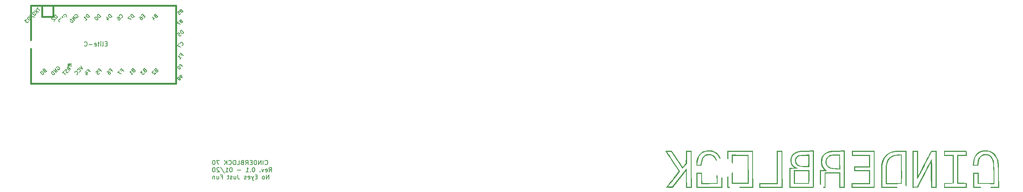
<source format=gbr>
G04 #@! TF.GenerationSoftware,KiCad,Pcbnew,(5.1.5-0-10_14)*
G04 #@! TF.CreationDate,2019-12-14T19:49:10-08:00*
G04 #@! TF.ProjectId,Planck_S_01,506c616e-636b-45f5-935f-30312e6b6963,rev?*
G04 #@! TF.SameCoordinates,Original*
G04 #@! TF.FileFunction,Legend,Bot*
G04 #@! TF.FilePolarity,Positive*
%FSLAX46Y46*%
G04 Gerber Fmt 4.6, Leading zero omitted, Abs format (unit mm)*
G04 Created by KiCad (PCBNEW (5.1.5-0-10_14)) date 2019-12-14 19:49:10*
%MOMM*%
%LPD*%
G04 APERTURE LIST*
%ADD10C,0.150000*%
%ADD11C,0.010000*%
%ADD12C,0.381000*%
%ADD13R,1.854600X1.854600*%
%ADD14C,1.854600*%
%ADD15C,1.803800*%
%ADD16C,2.388000*%
%ADD17C,4.089800*%
%ADD18C,0.802000*%
%ADD19C,4.502000*%
%ADD20R,1.753000X1.753000*%
%ADD21C,1.753000*%
%ADD22C,3.150000*%
G04 APERTURE END LIST*
D10*
X122004761Y-88302380D02*
X122004761Y-87302380D01*
X121433333Y-88302380D01*
X121433333Y-87302380D01*
X120814285Y-88302380D02*
X120909523Y-88254761D01*
X120957142Y-88207142D01*
X121004761Y-88111904D01*
X121004761Y-87826190D01*
X120957142Y-87730952D01*
X120909523Y-87683333D01*
X120814285Y-87635714D01*
X120671428Y-87635714D01*
X120576190Y-87683333D01*
X120528571Y-87730952D01*
X120480952Y-87826190D01*
X120480952Y-88111904D01*
X120528571Y-88207142D01*
X120576190Y-88254761D01*
X120671428Y-88302380D01*
X120814285Y-88302380D01*
X119290476Y-87778571D02*
X118957142Y-87778571D01*
X118814285Y-88302380D02*
X119290476Y-88302380D01*
X119290476Y-87302380D01*
X118814285Y-87302380D01*
X118480952Y-87635714D02*
X118242857Y-88302380D01*
X118004761Y-87635714D02*
X118242857Y-88302380D01*
X118338095Y-88540476D01*
X118385714Y-88588095D01*
X118480952Y-88635714D01*
X117242857Y-88254761D02*
X117338095Y-88302380D01*
X117528571Y-88302380D01*
X117623809Y-88254761D01*
X117671428Y-88159523D01*
X117671428Y-87778571D01*
X117623809Y-87683333D01*
X117528571Y-87635714D01*
X117338095Y-87635714D01*
X117242857Y-87683333D01*
X117195238Y-87778571D01*
X117195238Y-87873809D01*
X117671428Y-87969047D01*
X116814285Y-88254761D02*
X116719047Y-88302380D01*
X116528571Y-88302380D01*
X116433333Y-88254761D01*
X116385714Y-88159523D01*
X116385714Y-88111904D01*
X116433333Y-88016666D01*
X116528571Y-87969047D01*
X116671428Y-87969047D01*
X116766666Y-87921428D01*
X116814285Y-87826190D01*
X116814285Y-87778571D01*
X116766666Y-87683333D01*
X116671428Y-87635714D01*
X116528571Y-87635714D01*
X116433333Y-87683333D01*
X114909523Y-87302380D02*
X114909523Y-88016666D01*
X114957142Y-88159523D01*
X115052380Y-88254761D01*
X115195238Y-88302380D01*
X115290476Y-88302380D01*
X114004761Y-87635714D02*
X114004761Y-88302380D01*
X114433333Y-87635714D02*
X114433333Y-88159523D01*
X114385714Y-88254761D01*
X114290476Y-88302380D01*
X114147619Y-88302380D01*
X114052380Y-88254761D01*
X114004761Y-88207142D01*
X113576190Y-88254761D02*
X113480952Y-88302380D01*
X113290476Y-88302380D01*
X113195238Y-88254761D01*
X113147619Y-88159523D01*
X113147619Y-88111904D01*
X113195238Y-88016666D01*
X113290476Y-87969047D01*
X113433333Y-87969047D01*
X113528571Y-87921428D01*
X113576190Y-87826190D01*
X113576190Y-87778571D01*
X113528571Y-87683333D01*
X113433333Y-87635714D01*
X113290476Y-87635714D01*
X113195238Y-87683333D01*
X112861904Y-87635714D02*
X112480952Y-87635714D01*
X112719047Y-87302380D02*
X112719047Y-88159523D01*
X112671428Y-88254761D01*
X112576190Y-88302380D01*
X112480952Y-88302380D01*
X111052380Y-87778571D02*
X111385714Y-87778571D01*
X111385714Y-88302380D02*
X111385714Y-87302380D01*
X110909523Y-87302380D01*
X110100000Y-87635714D02*
X110100000Y-88302380D01*
X110528571Y-87635714D02*
X110528571Y-88159523D01*
X110480952Y-88254761D01*
X110385714Y-88302380D01*
X110242857Y-88302380D01*
X110147619Y-88254761D01*
X110100000Y-88207142D01*
X109623809Y-87635714D02*
X109623809Y-88302380D01*
X109623809Y-87730952D02*
X109576190Y-87683333D01*
X109480952Y-87635714D01*
X109338095Y-87635714D01*
X109242857Y-87683333D01*
X109195238Y-87778571D01*
X109195238Y-88302380D01*
X122004761Y-86652380D02*
X122338094Y-86176190D01*
X122576190Y-86652380D02*
X122576190Y-85652380D01*
X122195237Y-85652380D01*
X122099999Y-85700000D01*
X122052380Y-85747619D01*
X122004761Y-85842857D01*
X122004761Y-85985714D01*
X122052380Y-86080952D01*
X122099999Y-86128571D01*
X122195237Y-86176190D01*
X122576190Y-86176190D01*
X121195237Y-86604761D02*
X121290475Y-86652380D01*
X121480952Y-86652380D01*
X121576190Y-86604761D01*
X121623809Y-86509523D01*
X121623809Y-86128571D01*
X121576190Y-86033333D01*
X121480952Y-85985714D01*
X121290475Y-85985714D01*
X121195237Y-86033333D01*
X121147618Y-86128571D01*
X121147618Y-86223809D01*
X121623809Y-86319047D01*
X120814285Y-85985714D02*
X120576190Y-86652380D01*
X120338094Y-85985714D01*
X119957142Y-86557142D02*
X119909523Y-86604761D01*
X119957142Y-86652380D01*
X120004761Y-86604761D01*
X119957142Y-86557142D01*
X119957142Y-86652380D01*
X118528571Y-85652380D02*
X118433333Y-85652380D01*
X118338094Y-85700000D01*
X118290475Y-85747619D01*
X118242856Y-85842857D01*
X118195237Y-86033333D01*
X118195237Y-86271428D01*
X118242856Y-86461904D01*
X118290475Y-86557142D01*
X118338094Y-86604761D01*
X118433333Y-86652380D01*
X118528571Y-86652380D01*
X118623809Y-86604761D01*
X118671428Y-86557142D01*
X118719047Y-86461904D01*
X118766666Y-86271428D01*
X118766666Y-86033333D01*
X118719047Y-85842857D01*
X118671428Y-85747619D01*
X118623809Y-85700000D01*
X118528571Y-85652380D01*
X117766666Y-86557142D02*
X117719047Y-86604761D01*
X117766666Y-86652380D01*
X117814285Y-86604761D01*
X117766666Y-86557142D01*
X117766666Y-86652380D01*
X116766666Y-86652380D02*
X117338094Y-86652380D01*
X117052380Y-86652380D02*
X117052380Y-85652380D01*
X117147618Y-85795238D01*
X117242856Y-85890476D01*
X117338094Y-85938095D01*
X115576190Y-86271428D02*
X114814285Y-86271428D01*
X113385714Y-85652380D02*
X113290475Y-85652380D01*
X113195237Y-85700000D01*
X113147618Y-85747619D01*
X113099999Y-85842857D01*
X113052380Y-86033333D01*
X113052380Y-86271428D01*
X113099999Y-86461904D01*
X113147618Y-86557142D01*
X113195237Y-86604761D01*
X113290475Y-86652380D01*
X113385714Y-86652380D01*
X113480952Y-86604761D01*
X113528571Y-86557142D01*
X113576190Y-86461904D01*
X113623809Y-86271428D01*
X113623809Y-86033333D01*
X113576190Y-85842857D01*
X113528571Y-85747619D01*
X113480952Y-85700000D01*
X113385714Y-85652380D01*
X112099999Y-86652380D02*
X112671428Y-86652380D01*
X112385714Y-86652380D02*
X112385714Y-85652380D01*
X112480952Y-85795238D01*
X112576190Y-85890476D01*
X112671428Y-85938095D01*
X110957142Y-85604761D02*
X111814285Y-86890476D01*
X110671428Y-85747619D02*
X110623809Y-85700000D01*
X110528571Y-85652380D01*
X110290475Y-85652380D01*
X110195237Y-85700000D01*
X110147618Y-85747619D01*
X110099999Y-85842857D01*
X110099999Y-85938095D01*
X110147618Y-86080952D01*
X110719047Y-86652380D01*
X110099999Y-86652380D01*
X109480952Y-85652380D02*
X109385714Y-85652380D01*
X109290475Y-85700000D01*
X109242856Y-85747619D01*
X109195237Y-85842857D01*
X109147618Y-86033333D01*
X109147618Y-86271428D01*
X109195237Y-86461904D01*
X109242856Y-86557142D01*
X109290475Y-86604761D01*
X109385714Y-86652380D01*
X109480952Y-86652380D01*
X109576190Y-86604761D01*
X109623809Y-86557142D01*
X109671428Y-86461904D01*
X109719047Y-86271428D01*
X109719047Y-86033333D01*
X109671428Y-85842857D01*
X109623809Y-85747619D01*
X109576190Y-85700000D01*
X109480952Y-85652380D01*
X121099999Y-84907142D02*
X121147618Y-84954761D01*
X121290475Y-85002380D01*
X121385713Y-85002380D01*
X121528571Y-84954761D01*
X121623809Y-84859523D01*
X121671428Y-84764285D01*
X121719047Y-84573809D01*
X121719047Y-84430952D01*
X121671428Y-84240476D01*
X121623809Y-84145238D01*
X121528571Y-84050000D01*
X121385713Y-84002380D01*
X121290475Y-84002380D01*
X121147618Y-84050000D01*
X121099999Y-84097619D01*
X120671428Y-85002380D02*
X120671428Y-84002380D01*
X120195237Y-85002380D02*
X120195237Y-84002380D01*
X119623809Y-85002380D01*
X119623809Y-84002380D01*
X119147618Y-85002380D02*
X119147618Y-84002380D01*
X118909523Y-84002380D01*
X118766666Y-84050000D01*
X118671428Y-84145238D01*
X118623809Y-84240476D01*
X118576190Y-84430952D01*
X118576190Y-84573809D01*
X118623809Y-84764285D01*
X118671428Y-84859523D01*
X118766666Y-84954761D01*
X118909523Y-85002380D01*
X119147618Y-85002380D01*
X118147618Y-84478571D02*
X117814285Y-84478571D01*
X117671428Y-85002380D02*
X118147618Y-85002380D01*
X118147618Y-84002380D01*
X117671428Y-84002380D01*
X116671428Y-85002380D02*
X117004761Y-84526190D01*
X117242856Y-85002380D02*
X117242856Y-84002380D01*
X116861904Y-84002380D01*
X116766666Y-84050000D01*
X116719047Y-84097619D01*
X116671428Y-84192857D01*
X116671428Y-84335714D01*
X116719047Y-84430952D01*
X116766666Y-84478571D01*
X116861904Y-84526190D01*
X117242856Y-84526190D01*
X115909523Y-84478571D02*
X115766666Y-84526190D01*
X115719047Y-84573809D01*
X115671428Y-84669047D01*
X115671428Y-84811904D01*
X115719047Y-84907142D01*
X115766666Y-84954761D01*
X115861904Y-85002380D01*
X116242856Y-85002380D01*
X116242856Y-84002380D01*
X115909523Y-84002380D01*
X115814285Y-84050000D01*
X115766666Y-84097619D01*
X115719047Y-84192857D01*
X115719047Y-84288095D01*
X115766666Y-84383333D01*
X115814285Y-84430952D01*
X115909523Y-84478571D01*
X116242856Y-84478571D01*
X114766666Y-85002380D02*
X115242856Y-85002380D01*
X115242856Y-84002380D01*
X114242856Y-84002380D02*
X114052380Y-84002380D01*
X113957142Y-84050000D01*
X113861904Y-84145238D01*
X113814285Y-84335714D01*
X113814285Y-84669047D01*
X113861904Y-84859523D01*
X113957142Y-84954761D01*
X114052380Y-85002380D01*
X114242856Y-85002380D01*
X114338094Y-84954761D01*
X114433333Y-84859523D01*
X114480952Y-84669047D01*
X114480952Y-84335714D01*
X114433333Y-84145238D01*
X114338094Y-84050000D01*
X114242856Y-84002380D01*
X112814285Y-84907142D02*
X112861904Y-84954761D01*
X113004761Y-85002380D01*
X113099999Y-85002380D01*
X113242856Y-84954761D01*
X113338094Y-84859523D01*
X113385713Y-84764285D01*
X113433333Y-84573809D01*
X113433333Y-84430952D01*
X113385713Y-84240476D01*
X113338094Y-84145238D01*
X113242856Y-84050000D01*
X113099999Y-84002380D01*
X113004761Y-84002380D01*
X112861904Y-84050000D01*
X112814285Y-84097619D01*
X112385713Y-85002380D02*
X112385713Y-84002380D01*
X111814285Y-85002380D02*
X112242856Y-84430952D01*
X111814285Y-84002380D02*
X112385713Y-84573809D01*
X110719047Y-84002380D02*
X110052380Y-84002380D01*
X110480952Y-85002380D01*
X109480952Y-84002380D02*
X109385713Y-84002380D01*
X109290475Y-84050000D01*
X109242856Y-84097619D01*
X109195237Y-84192857D01*
X109147618Y-84383333D01*
X109147618Y-84621428D01*
X109195237Y-84811904D01*
X109242856Y-84907142D01*
X109290475Y-84954761D01*
X109385713Y-85002380D01*
X109480952Y-85002380D01*
X109576190Y-84954761D01*
X109623809Y-84907142D01*
X109671428Y-84811904D01*
X109719047Y-84621428D01*
X109719047Y-84383333D01*
X109671428Y-84192857D01*
X109623809Y-84097619D01*
X109576190Y-84050000D01*
X109480952Y-84002380D01*
X85147619Y-57461071D02*
X84814285Y-57461071D01*
X84671428Y-57984880D02*
X85147619Y-57984880D01*
X85147619Y-56984880D01*
X84671428Y-56984880D01*
X84100000Y-57984880D02*
X84195238Y-57937261D01*
X84242857Y-57842023D01*
X84242857Y-56984880D01*
X83719047Y-57984880D02*
X83719047Y-57318214D01*
X83719047Y-56984880D02*
X83766666Y-57032500D01*
X83719047Y-57080119D01*
X83671428Y-57032500D01*
X83719047Y-56984880D01*
X83719047Y-57080119D01*
X83385714Y-57318214D02*
X83004761Y-57318214D01*
X83242857Y-56984880D02*
X83242857Y-57842023D01*
X83195238Y-57937261D01*
X83100000Y-57984880D01*
X83004761Y-57984880D01*
X82290476Y-57937261D02*
X82385714Y-57984880D01*
X82576190Y-57984880D01*
X82671428Y-57937261D01*
X82719047Y-57842023D01*
X82719047Y-57461071D01*
X82671428Y-57365833D01*
X82576190Y-57318214D01*
X82385714Y-57318214D01*
X82290476Y-57365833D01*
X82242857Y-57461071D01*
X82242857Y-57556309D01*
X82719047Y-57651547D01*
X81814285Y-57603928D02*
X81052380Y-57603928D01*
X80004761Y-57889642D02*
X80052380Y-57937261D01*
X80195238Y-57984880D01*
X80290476Y-57984880D01*
X80433333Y-57937261D01*
X80528571Y-57842023D01*
X80576190Y-57746785D01*
X80623809Y-57556309D01*
X80623809Y-57413452D01*
X80576190Y-57222976D01*
X80528571Y-57127738D01*
X80433333Y-57032500D01*
X80290476Y-56984880D01*
X80195238Y-56984880D01*
X80052380Y-57032500D01*
X80004761Y-57080119D01*
D11*
G36*
X227290000Y-89252000D02*
G01*
X231102013Y-89252000D01*
X231058537Y-82902000D01*
X230930667Y-82902000D01*
X230930667Y-89082666D01*
X227459334Y-89082666D01*
X227459334Y-82902000D01*
X230930667Y-82902000D01*
X231058537Y-82902000D01*
X231057667Y-82775000D01*
X229173834Y-82752213D01*
X227290000Y-82729427D01*
X227290000Y-89252000D01*
G37*
X227290000Y-89252000D02*
X231102013Y-89252000D01*
X231058537Y-82902000D01*
X230930667Y-82902000D01*
X230930667Y-89082666D01*
X227459334Y-89082666D01*
X227459334Y-82902000D01*
X230930667Y-82902000D01*
X231058537Y-82902000D01*
X231057667Y-82775000D01*
X229173834Y-82752213D01*
X227290000Y-82729427D01*
X227290000Y-89252000D01*
G36*
X243778834Y-82745526D02*
G01*
X243220674Y-82769399D01*
X242800032Y-82814320D01*
X242485440Y-82890479D01*
X242245431Y-83008065D01*
X242048538Y-83177269D01*
X241903851Y-83352708D01*
X241765162Y-83659761D01*
X241716297Y-84043351D01*
X241756668Y-84436839D01*
X241885690Y-84773584D01*
X241916758Y-84820899D01*
X242131683Y-85064202D01*
X242395040Y-85238904D01*
X242735171Y-85354022D01*
X243180419Y-85418573D01*
X243759124Y-85441573D01*
X243869065Y-85442000D01*
X244900667Y-85442000D01*
X244900667Y-82902000D01*
X244731334Y-82902000D01*
X244731334Y-84073222D01*
X244726967Y-84503392D01*
X244714990Y-84872176D01*
X244697084Y-85146818D01*
X244674934Y-85294561D01*
X244667834Y-85309119D01*
X244561129Y-85333538D01*
X244324771Y-85347285D01*
X243998189Y-85348902D01*
X243757667Y-85342810D01*
X243296790Y-85316035D01*
X242960805Y-85269985D01*
X242705668Y-85197000D01*
X242572334Y-85136714D01*
X242204823Y-84869278D01*
X241968933Y-84535773D01*
X241864395Y-84167106D01*
X241890939Y-83794185D01*
X242048297Y-83447917D01*
X242336199Y-83159208D01*
X242590781Y-83018088D01*
X242847144Y-82954822D01*
X243253928Y-82915567D01*
X243793696Y-82902000D01*
X244731334Y-82902000D01*
X244900667Y-82902000D01*
X244900667Y-82716052D01*
X243778834Y-82745526D01*
G37*
X243778834Y-82745526D02*
X243220674Y-82769399D01*
X242800032Y-82814320D01*
X242485440Y-82890479D01*
X242245431Y-83008065D01*
X242048538Y-83177269D01*
X241903851Y-83352708D01*
X241765162Y-83659761D01*
X241716297Y-84043351D01*
X241756668Y-84436839D01*
X241885690Y-84773584D01*
X241916758Y-84820899D01*
X242131683Y-85064202D01*
X242395040Y-85238904D01*
X242735171Y-85354022D01*
X243180419Y-85418573D01*
X243759124Y-85441573D01*
X243869065Y-85442000D01*
X244900667Y-85442000D01*
X244900667Y-82902000D01*
X244731334Y-82902000D01*
X244731334Y-84073222D01*
X244726967Y-84503392D01*
X244714990Y-84872176D01*
X244697084Y-85146818D01*
X244674934Y-85294561D01*
X244667834Y-85309119D01*
X244561129Y-85333538D01*
X244324771Y-85347285D01*
X243998189Y-85348902D01*
X243757667Y-85342810D01*
X243296790Y-85316035D01*
X242960805Y-85269985D01*
X242705668Y-85197000D01*
X242572334Y-85136714D01*
X242204823Y-84869278D01*
X241968933Y-84535773D01*
X241864395Y-84167106D01*
X241890939Y-83794185D01*
X242048297Y-83447917D01*
X242336199Y-83159208D01*
X242590781Y-83018088D01*
X242847144Y-82954822D01*
X243253928Y-82915567D01*
X243793696Y-82902000D01*
X244731334Y-82902000D01*
X244900667Y-82902000D01*
X244900667Y-82716052D01*
X243778834Y-82745526D01*
G36*
X241448591Y-87749166D02*
G01*
X241471667Y-89294333D01*
X243127986Y-89317236D01*
X243641373Y-89321451D01*
X244096004Y-89319700D01*
X244465048Y-89312536D01*
X244721671Y-89300510D01*
X244839042Y-89284174D01*
X244842486Y-89281959D01*
X244861229Y-89182352D01*
X244877462Y-88941655D01*
X244890138Y-88588105D01*
X244898207Y-88149937D01*
X244900667Y-87713888D01*
X244900667Y-86373333D01*
X244731334Y-86373333D01*
X244731334Y-89167333D01*
X241598667Y-89167333D01*
X241598667Y-86373333D01*
X244731334Y-86373333D01*
X244900667Y-86373333D01*
X244900667Y-86204000D01*
X241425514Y-86204000D01*
X241448591Y-87749166D01*
G37*
X241448591Y-87749166D02*
X241471667Y-89294333D01*
X243127986Y-89317236D01*
X243641373Y-89321451D01*
X244096004Y-89319700D01*
X244465048Y-89312536D01*
X244721671Y-89300510D01*
X244839042Y-89284174D01*
X244842486Y-89281959D01*
X244861229Y-89182352D01*
X244877462Y-88941655D01*
X244890138Y-88588105D01*
X244898207Y-88149937D01*
X244900667Y-87713888D01*
X244900667Y-86373333D01*
X244731334Y-86373333D01*
X244731334Y-89167333D01*
X241598667Y-89167333D01*
X241598667Y-86373333D01*
X244731334Y-86373333D01*
X244900667Y-86373333D01*
X244900667Y-86204000D01*
X241425514Y-86204000D01*
X241448591Y-87749166D01*
G36*
X250456273Y-82699659D02*
G01*
X250082805Y-82731081D01*
X249790036Y-82789759D01*
X249614555Y-82847900D01*
X249208788Y-83087393D01*
X248904492Y-83432768D01*
X248710324Y-83849346D01*
X248634940Y-84302451D01*
X248686995Y-84757404D01*
X248875146Y-85179529D01*
X248993707Y-85335138D01*
X249238257Y-85577371D01*
X249500994Y-85748670D01*
X249816647Y-85860001D01*
X250219944Y-85922330D01*
X250745615Y-85946624D01*
X250934995Y-85948140D01*
X251931657Y-85950000D01*
X251930776Y-85887529D01*
X251758667Y-85887529D01*
X250880893Y-85848490D01*
X250428791Y-85820360D01*
X250096271Y-85776719D01*
X249833694Y-85708191D01*
X249591419Y-85605397D01*
X249589726Y-85604559D01*
X249188693Y-85333451D01*
X248934973Y-84984850D01*
X248821744Y-84546637D01*
X248818483Y-84234362D01*
X248895805Y-83785742D01*
X249081891Y-83434964D01*
X249399785Y-83134444D01*
X249673131Y-82985333D01*
X250039131Y-82886536D01*
X250523727Y-82832999D01*
X251017834Y-82819353D01*
X251758667Y-82817333D01*
X251758667Y-85887529D01*
X251930776Y-85887529D01*
X251908662Y-84320166D01*
X251885667Y-82690333D01*
X250954334Y-82690333D01*
X250456273Y-82699659D01*
G37*
X250456273Y-82699659D02*
X250082805Y-82731081D01*
X249790036Y-82789759D01*
X249614555Y-82847900D01*
X249208788Y-83087393D01*
X248904492Y-83432768D01*
X248710324Y-83849346D01*
X248634940Y-84302451D01*
X248686995Y-84757404D01*
X248875146Y-85179529D01*
X248993707Y-85335138D01*
X249238257Y-85577371D01*
X249500994Y-85748670D01*
X249816647Y-85860001D01*
X250219944Y-85922330D01*
X250745615Y-85946624D01*
X250934995Y-85948140D01*
X251931657Y-85950000D01*
X251930776Y-85887529D01*
X251758667Y-85887529D01*
X250880893Y-85848490D01*
X250428791Y-85820360D01*
X250096271Y-85776719D01*
X249833694Y-85708191D01*
X249591419Y-85605397D01*
X249589726Y-85604559D01*
X249188693Y-85333451D01*
X248934973Y-84984850D01*
X248821744Y-84546637D01*
X248818483Y-84234362D01*
X248895805Y-83785742D01*
X249081891Y-83434964D01*
X249399785Y-83134444D01*
X249673131Y-82985333D01*
X250039131Y-82886536D01*
X250523727Y-82832999D01*
X251017834Y-82819353D01*
X251758667Y-82817333D01*
X251758667Y-85887529D01*
X251930776Y-85887529D01*
X251908662Y-84320166D01*
X251885667Y-82690333D01*
X250954334Y-82690333D01*
X250456273Y-82699659D01*
G36*
X265220667Y-82697384D02*
G01*
X264476914Y-82761799D01*
X263854231Y-82941367D01*
X263346659Y-83239267D01*
X262948241Y-83658678D01*
X262731228Y-84026013D01*
X262613692Y-84302543D01*
X262521224Y-84605687D01*
X262451193Y-84958664D01*
X262400964Y-85384692D01*
X262367905Y-85906991D01*
X262349383Y-86548779D01*
X262342766Y-87333274D01*
X262342640Y-87452833D01*
X262342000Y-89336666D01*
X264122658Y-89336666D01*
X264754347Y-89334107D01*
X265233100Y-89325795D01*
X265575247Y-89310779D01*
X265797116Y-89288107D01*
X265915038Y-89256830D01*
X265944030Y-89230566D01*
X265949140Y-89167333D01*
X265813334Y-89167333D01*
X262511334Y-89167333D01*
X262511334Y-87266500D01*
X262515732Y-86649691D01*
X262528132Y-86079541D01*
X262547340Y-85585506D01*
X262572162Y-85197042D01*
X262601404Y-84943606D01*
X262606531Y-84917000D01*
X262812646Y-84273517D01*
X263130450Y-83726769D01*
X263545365Y-83296322D01*
X264029176Y-83007427D01*
X264255727Y-82943135D01*
X264589350Y-82885293D01*
X264967825Y-82844071D01*
X265072500Y-82836941D01*
X265813334Y-82793845D01*
X265813334Y-89167333D01*
X265949140Y-89167333D01*
X265952597Y-89124571D01*
X265959401Y-88868456D01*
X265964334Y-88481425D01*
X265967288Y-87982684D01*
X265968158Y-87391437D01*
X265966836Y-86726888D01*
X265963215Y-86008243D01*
X265962539Y-85907399D01*
X265940334Y-82690333D01*
X265220667Y-82697384D01*
G37*
X265220667Y-82697384D02*
X264476914Y-82761799D01*
X263854231Y-82941367D01*
X263346659Y-83239267D01*
X262948241Y-83658678D01*
X262731228Y-84026013D01*
X262613692Y-84302543D01*
X262521224Y-84605687D01*
X262451193Y-84958664D01*
X262400964Y-85384692D01*
X262367905Y-85906991D01*
X262349383Y-86548779D01*
X262342766Y-87333274D01*
X262342640Y-87452833D01*
X262342000Y-89336666D01*
X264122658Y-89336666D01*
X264754347Y-89334107D01*
X265233100Y-89325795D01*
X265575247Y-89310779D01*
X265797116Y-89288107D01*
X265915038Y-89256830D01*
X265944030Y-89230566D01*
X265949140Y-89167333D01*
X265813334Y-89167333D01*
X262511334Y-89167333D01*
X262511334Y-87266500D01*
X262515732Y-86649691D01*
X262528132Y-86079541D01*
X262547340Y-85585506D01*
X262572162Y-85197042D01*
X262601404Y-84943606D01*
X262606531Y-84917000D01*
X262812646Y-84273517D01*
X263130450Y-83726769D01*
X263545365Y-83296322D01*
X264029176Y-83007427D01*
X264255727Y-82943135D01*
X264589350Y-82885293D01*
X264967825Y-82844071D01*
X265072500Y-82836941D01*
X265813334Y-82793845D01*
X265813334Y-89167333D01*
X265949140Y-89167333D01*
X265952597Y-89124571D01*
X265959401Y-88868456D01*
X265964334Y-88481425D01*
X265967288Y-87982684D01*
X265968158Y-87391437D01*
X265966836Y-86726888D01*
X265963215Y-86008243D01*
X265962539Y-85907399D01*
X265940334Y-82690333D01*
X265220667Y-82697384D01*
G36*
X212599210Y-81805414D02*
G01*
X212355857Y-81816283D01*
X212228952Y-81831882D01*
X212219334Y-81837926D01*
X212264124Y-81914985D01*
X212391068Y-82116142D01*
X212589025Y-82424183D01*
X212846852Y-82821890D01*
X213153408Y-83292049D01*
X213497552Y-83817443D01*
X213685031Y-84102759D01*
X214047249Y-84653710D01*
X214380721Y-85161487D01*
X214673722Y-85608190D01*
X214914524Y-85975919D01*
X215091400Y-86246774D01*
X215192622Y-86402856D01*
X215211038Y-86431994D01*
X215177778Y-86527825D01*
X215044401Y-86741046D01*
X214819719Y-87059399D01*
X214512543Y-87470628D01*
X214131685Y-87962475D01*
X213902429Y-88252327D01*
X213529398Y-88720917D01*
X213188663Y-89149070D01*
X212895224Y-89517926D01*
X212664082Y-89808625D01*
X212510237Y-90002307D01*
X212450722Y-90077500D01*
X212444865Y-90130155D01*
X212542416Y-90162828D01*
X212766099Y-90179281D01*
X213089804Y-90183333D01*
X213811674Y-90183333D01*
X216876000Y-86351923D01*
X216876000Y-90183333D01*
X218147596Y-90183333D01*
X218125632Y-86013500D01*
X218104336Y-81970666D01*
X217976667Y-81970666D01*
X217976667Y-90014000D01*
X217048344Y-90014000D01*
X217025672Y-87971525D01*
X217003000Y-85929051D01*
X215394334Y-87966973D01*
X213785667Y-90004895D01*
X213246134Y-90009447D01*
X212952055Y-90004790D01*
X212802712Y-89980954D01*
X212774075Y-89932617D01*
X212788709Y-89908166D01*
X212862423Y-89814398D01*
X213025723Y-89607410D01*
X213263141Y-89306785D01*
X213559206Y-88932108D01*
X213898449Y-88502961D01*
X214153743Y-88180110D01*
X214509056Y-87728798D01*
X214826606Y-87321567D01*
X215092073Y-86977099D01*
X215291137Y-86714078D01*
X215409479Y-86551187D01*
X215436667Y-86506239D01*
X215391689Y-86423616D01*
X215265917Y-86221793D01*
X215073092Y-85922056D01*
X214826956Y-85545693D01*
X214541252Y-85113990D01*
X214434252Y-84953462D01*
X214098321Y-84449104D01*
X213759510Y-83938116D01*
X213441725Y-83456721D01*
X213168876Y-83041142D01*
X212964871Y-82727602D01*
X212954488Y-82711499D01*
X212477139Y-81970666D01*
X213018664Y-81970666D01*
X213314566Y-81975107D01*
X213494019Y-82003640D01*
X213609902Y-82079080D01*
X213715095Y-82224242D01*
X213754536Y-82288166D01*
X213857435Y-82451465D01*
X214036711Y-82730898D01*
X214275887Y-83100993D01*
X214558483Y-83536281D01*
X214868022Y-84011291D01*
X215000548Y-84214140D01*
X216052212Y-85822615D01*
X216548773Y-85274287D01*
X217045334Y-84725960D01*
X217045334Y-81970666D01*
X217976667Y-81970666D01*
X218104336Y-81970666D01*
X218103667Y-81843666D01*
X216918334Y-81843666D01*
X216876000Y-83293462D01*
X216833667Y-84743257D01*
X216495000Y-85126986D01*
X216306962Y-85331623D01*
X216162074Y-85473921D01*
X216100745Y-85518691D01*
X216041600Y-85452802D01*
X215903462Y-85263060D01*
X215698999Y-84967991D01*
X215440881Y-84586123D01*
X215141775Y-84135981D01*
X214832511Y-83663999D01*
X213619867Y-81801333D01*
X212919600Y-81801333D01*
X212599210Y-81805414D01*
G37*
X212599210Y-81805414D02*
X212355857Y-81816283D01*
X212228952Y-81831882D01*
X212219334Y-81837926D01*
X212264124Y-81914985D01*
X212391068Y-82116142D01*
X212589025Y-82424183D01*
X212846852Y-82821890D01*
X213153408Y-83292049D01*
X213497552Y-83817443D01*
X213685031Y-84102759D01*
X214047249Y-84653710D01*
X214380721Y-85161487D01*
X214673722Y-85608190D01*
X214914524Y-85975919D01*
X215091400Y-86246774D01*
X215192622Y-86402856D01*
X215211038Y-86431994D01*
X215177778Y-86527825D01*
X215044401Y-86741046D01*
X214819719Y-87059399D01*
X214512543Y-87470628D01*
X214131685Y-87962475D01*
X213902429Y-88252327D01*
X213529398Y-88720917D01*
X213188663Y-89149070D01*
X212895224Y-89517926D01*
X212664082Y-89808625D01*
X212510237Y-90002307D01*
X212450722Y-90077500D01*
X212444865Y-90130155D01*
X212542416Y-90162828D01*
X212766099Y-90179281D01*
X213089804Y-90183333D01*
X213811674Y-90183333D01*
X216876000Y-86351923D01*
X216876000Y-90183333D01*
X218147596Y-90183333D01*
X218125632Y-86013500D01*
X218104336Y-81970666D01*
X217976667Y-81970666D01*
X217976667Y-90014000D01*
X217048344Y-90014000D01*
X217025672Y-87971525D01*
X217003000Y-85929051D01*
X215394334Y-87966973D01*
X213785667Y-90004895D01*
X213246134Y-90009447D01*
X212952055Y-90004790D01*
X212802712Y-89980954D01*
X212774075Y-89932617D01*
X212788709Y-89908166D01*
X212862423Y-89814398D01*
X213025723Y-89607410D01*
X213263141Y-89306785D01*
X213559206Y-88932108D01*
X213898449Y-88502961D01*
X214153743Y-88180110D01*
X214509056Y-87728798D01*
X214826606Y-87321567D01*
X215092073Y-86977099D01*
X215291137Y-86714078D01*
X215409479Y-86551187D01*
X215436667Y-86506239D01*
X215391689Y-86423616D01*
X215265917Y-86221793D01*
X215073092Y-85922056D01*
X214826956Y-85545693D01*
X214541252Y-85113990D01*
X214434252Y-84953462D01*
X214098321Y-84449104D01*
X213759510Y-83938116D01*
X213441725Y-83456721D01*
X213168876Y-83041142D01*
X212964871Y-82727602D01*
X212954488Y-82711499D01*
X212477139Y-81970666D01*
X213018664Y-81970666D01*
X213314566Y-81975107D01*
X213494019Y-82003640D01*
X213609902Y-82079080D01*
X213715095Y-82224242D01*
X213754536Y-82288166D01*
X213857435Y-82451465D01*
X214036711Y-82730898D01*
X214275887Y-83100993D01*
X214558483Y-83536281D01*
X214868022Y-84011291D01*
X215000548Y-84214140D01*
X216052212Y-85822615D01*
X216548773Y-85274287D01*
X217045334Y-84725960D01*
X217045334Y-81970666D01*
X217976667Y-81970666D01*
X218104336Y-81970666D01*
X218103667Y-81843666D01*
X216918334Y-81843666D01*
X216876000Y-83293462D01*
X216833667Y-84743257D01*
X216495000Y-85126986D01*
X216306962Y-85331623D01*
X216162074Y-85473921D01*
X216100745Y-85518691D01*
X216041600Y-85452802D01*
X215903462Y-85263060D01*
X215698999Y-84967991D01*
X215440881Y-84586123D01*
X215141775Y-84135981D01*
X214832511Y-83663999D01*
X213619867Y-81801333D01*
X212919600Y-81801333D01*
X212599210Y-81805414D01*
G36*
X221913667Y-81742355D02*
G01*
X221369124Y-81804634D01*
X220935582Y-81926654D01*
X220559140Y-82129660D01*
X220207483Y-82414885D01*
X219782702Y-82917006D01*
X219471817Y-83520453D01*
X219290065Y-84188924D01*
X219247672Y-84701166D01*
X219246667Y-85103333D01*
X220412274Y-85103333D01*
X220470998Y-84554974D01*
X220595939Y-83937560D01*
X220821171Y-83437504D01*
X221138522Y-83064147D01*
X221539816Y-82826828D01*
X222016880Y-82734888D01*
X222064553Y-82734059D01*
X222566372Y-82794298D01*
X222976263Y-82986963D01*
X223284930Y-83278544D01*
X223439058Y-83477810D01*
X223562883Y-83676169D01*
X223660016Y-83894936D01*
X223734064Y-84155429D01*
X223788638Y-84478962D01*
X223827347Y-84886852D01*
X223853800Y-85400416D01*
X223871606Y-86040968D01*
X223884217Y-86817833D01*
X223915282Y-89167333D01*
X220521446Y-89167333D01*
X220497890Y-88003166D01*
X220474334Y-86839000D01*
X219289000Y-86839000D01*
X219266044Y-88511166D01*
X219243087Y-90183333D01*
X225088667Y-90183333D01*
X225087416Y-87495166D01*
X225087098Y-87380387D01*
X224919334Y-87380387D01*
X224919334Y-90014000D01*
X219416000Y-90014000D01*
X219416000Y-86966000D01*
X220347334Y-86966000D01*
X220347334Y-89339969D01*
X224030334Y-89294333D01*
X224029853Y-86923666D01*
X224028285Y-86196680D01*
X224023149Y-85616888D01*
X224013310Y-85162170D01*
X223997632Y-84810404D01*
X223974979Y-84539468D01*
X223944214Y-84327241D01*
X223904201Y-84151602D01*
X223883904Y-84081931D01*
X223642024Y-83513582D01*
X223311693Y-83067612D01*
X222906323Y-82755871D01*
X222439326Y-82590207D01*
X222167667Y-82565664D01*
X221614056Y-82629600D01*
X221157570Y-82827966D01*
X220795947Y-83163195D01*
X220526920Y-83637717D01*
X220348227Y-84253964D01*
X220297188Y-84574166D01*
X220240852Y-85018666D01*
X219392817Y-85018666D01*
X219441300Y-84489500D01*
X219571146Y-83748032D01*
X219813911Y-83131703D01*
X220170609Y-82638561D01*
X220577724Y-82306106D01*
X221018584Y-82070265D01*
X221459622Y-81937956D01*
X221961347Y-81895044D01*
X222294667Y-81904987D01*
X222954910Y-82016198D01*
X223521999Y-82266889D01*
X223997343Y-82658376D01*
X224382351Y-83191976D01*
X224678431Y-83869004D01*
X224786097Y-84232599D01*
X224825698Y-84416947D01*
X224857016Y-84643606D01*
X224880905Y-84932691D01*
X224898215Y-85304317D01*
X224909797Y-85778596D01*
X224916504Y-86375645D01*
X224919186Y-87115577D01*
X224919334Y-87380387D01*
X225087098Y-87380387D01*
X225085142Y-86675661D01*
X225078665Y-86006634D01*
X225067239Y-85469264D01*
X225050120Y-85044732D01*
X225026564Y-84714217D01*
X224995827Y-84458900D01*
X224959918Y-84271487D01*
X224712917Y-83514359D01*
X224360089Y-82880055D01*
X223906236Y-82374707D01*
X223356159Y-82004444D01*
X223094718Y-81889604D01*
X222788188Y-81787749D01*
X222510198Y-81737304D01*
X222187168Y-81729097D01*
X221913667Y-81742355D01*
G37*
X221913667Y-81742355D02*
X221369124Y-81804634D01*
X220935582Y-81926654D01*
X220559140Y-82129660D01*
X220207483Y-82414885D01*
X219782702Y-82917006D01*
X219471817Y-83520453D01*
X219290065Y-84188924D01*
X219247672Y-84701166D01*
X219246667Y-85103333D01*
X220412274Y-85103333D01*
X220470998Y-84554974D01*
X220595939Y-83937560D01*
X220821171Y-83437504D01*
X221138522Y-83064147D01*
X221539816Y-82826828D01*
X222016880Y-82734888D01*
X222064553Y-82734059D01*
X222566372Y-82794298D01*
X222976263Y-82986963D01*
X223284930Y-83278544D01*
X223439058Y-83477810D01*
X223562883Y-83676169D01*
X223660016Y-83894936D01*
X223734064Y-84155429D01*
X223788638Y-84478962D01*
X223827347Y-84886852D01*
X223853800Y-85400416D01*
X223871606Y-86040968D01*
X223884217Y-86817833D01*
X223915282Y-89167333D01*
X220521446Y-89167333D01*
X220497890Y-88003166D01*
X220474334Y-86839000D01*
X219289000Y-86839000D01*
X219266044Y-88511166D01*
X219243087Y-90183333D01*
X225088667Y-90183333D01*
X225087416Y-87495166D01*
X225087098Y-87380387D01*
X224919334Y-87380387D01*
X224919334Y-90014000D01*
X219416000Y-90014000D01*
X219416000Y-86966000D01*
X220347334Y-86966000D01*
X220347334Y-89339969D01*
X224030334Y-89294333D01*
X224029853Y-86923666D01*
X224028285Y-86196680D01*
X224023149Y-85616888D01*
X224013310Y-85162170D01*
X223997632Y-84810404D01*
X223974979Y-84539468D01*
X223944214Y-84327241D01*
X223904201Y-84151602D01*
X223883904Y-84081931D01*
X223642024Y-83513582D01*
X223311693Y-83067612D01*
X222906323Y-82755871D01*
X222439326Y-82590207D01*
X222167667Y-82565664D01*
X221614056Y-82629600D01*
X221157570Y-82827966D01*
X220795947Y-83163195D01*
X220526920Y-83637717D01*
X220348227Y-84253964D01*
X220297188Y-84574166D01*
X220240852Y-85018666D01*
X219392817Y-85018666D01*
X219441300Y-84489500D01*
X219571146Y-83748032D01*
X219813911Y-83131703D01*
X220170609Y-82638561D01*
X220577724Y-82306106D01*
X221018584Y-82070265D01*
X221459622Y-81937956D01*
X221961347Y-81895044D01*
X222294667Y-81904987D01*
X222954910Y-82016198D01*
X223521999Y-82266889D01*
X223997343Y-82658376D01*
X224382351Y-83191976D01*
X224678431Y-83869004D01*
X224786097Y-84232599D01*
X224825698Y-84416947D01*
X224857016Y-84643606D01*
X224880905Y-84932691D01*
X224898215Y-85304317D01*
X224909797Y-85778596D01*
X224916504Y-86375645D01*
X224919186Y-87115577D01*
X224919334Y-87380387D01*
X225087098Y-87380387D01*
X225085142Y-86675661D01*
X225078665Y-86006634D01*
X225067239Y-85469264D01*
X225050120Y-85044732D01*
X225026564Y-84714217D01*
X224995827Y-84458900D01*
X224959918Y-84271487D01*
X224712917Y-83514359D01*
X224360089Y-82880055D01*
X223906236Y-82374707D01*
X223356159Y-82004444D01*
X223094718Y-81889604D01*
X222788188Y-81787749D01*
X222510198Y-81737304D01*
X222187168Y-81729097D01*
X221913667Y-81742355D01*
G36*
X226274000Y-90183333D02*
G01*
X232117596Y-90183333D01*
X232095632Y-86013500D01*
X232074336Y-81970666D01*
X231946667Y-81970666D01*
X231946667Y-90014000D01*
X226443334Y-90014000D01*
X226443334Y-81970666D01*
X231946667Y-81970666D01*
X232074336Y-81970666D01*
X232073667Y-81843666D01*
X229173834Y-81821388D01*
X226274000Y-81799110D01*
X226274000Y-90183333D01*
G37*
X226274000Y-90183333D02*
X232117596Y-90183333D01*
X232095632Y-86013500D01*
X232074336Y-81970666D01*
X231946667Y-81970666D01*
X231946667Y-90014000D01*
X226443334Y-90014000D01*
X226443334Y-81970666D01*
X231946667Y-81970666D01*
X232074336Y-81970666D01*
X232073667Y-81843666D01*
X229173834Y-81821388D01*
X226274000Y-81799110D01*
X226274000Y-90183333D01*
G36*
X237554934Y-85505500D02*
G01*
X237532868Y-89167333D01*
X233555334Y-89167333D01*
X233555334Y-90183333D01*
X238806263Y-90183333D01*
X238784298Y-86013500D01*
X238763003Y-81970666D01*
X238635334Y-81970666D01*
X238635334Y-90014000D01*
X233724667Y-90014000D01*
X233724667Y-89336666D01*
X237704000Y-89336666D01*
X237704000Y-81970666D01*
X238635334Y-81970666D01*
X238763003Y-81970666D01*
X238762334Y-81843666D01*
X237577000Y-81843666D01*
X237554934Y-85505500D01*
G37*
X237554934Y-85505500D02*
X237532868Y-89167333D01*
X233555334Y-89167333D01*
X233555334Y-90183333D01*
X238806263Y-90183333D01*
X238784298Y-86013500D01*
X238763003Y-81970666D01*
X238635334Y-81970666D01*
X238635334Y-90014000D01*
X233724667Y-90014000D01*
X233724667Y-89336666D01*
X237704000Y-89336666D01*
X237704000Y-81970666D01*
X238635334Y-81970666D01*
X238763003Y-81970666D01*
X238762334Y-81843666D01*
X237577000Y-81843666D01*
X237554934Y-85505500D01*
G36*
X244286834Y-81822458D02*
G01*
X243592766Y-81844566D01*
X243040615Y-81877448D01*
X242603048Y-81926633D01*
X242252730Y-81997649D01*
X241962326Y-82096026D01*
X241704501Y-82227293D01*
X241453959Y-82395481D01*
X241117234Y-82729028D01*
X240873536Y-83117255D01*
X240746180Y-83408654D01*
X240684621Y-83661777D01*
X240673685Y-83958672D01*
X240682516Y-84150134D01*
X240770073Y-84684101D01*
X240970466Y-85108400D01*
X241298064Y-85451123D01*
X241378775Y-85511402D01*
X241638616Y-85695999D01*
X241025975Y-85695999D01*
X240413334Y-85696000D01*
X240413334Y-90183333D01*
X245916667Y-90183333D01*
X245916667Y-90014000D01*
X245747334Y-90014000D01*
X240582667Y-90014000D01*
X240582667Y-85871465D01*
X241408167Y-85847232D01*
X242233667Y-85823000D01*
X241810886Y-85600482D01*
X241514572Y-85410186D01*
X241239433Y-85178131D01*
X241134884Y-85065101D01*
X240996347Y-84871450D01*
X240914431Y-84677722D01*
X240870610Y-84423436D01*
X240850590Y-84136889D01*
X240868882Y-83594716D01*
X240995217Y-83154628D01*
X241245655Y-82791678D01*
X241636258Y-82480919D01*
X242064583Y-82251191D01*
X242249954Y-82167750D01*
X242417303Y-82105949D01*
X242596913Y-82061929D01*
X242819069Y-82031837D01*
X243114053Y-82011814D01*
X243512147Y-81998004D01*
X244043636Y-81986552D01*
X244159834Y-81984368D01*
X245747334Y-81954804D01*
X245747334Y-90014000D01*
X245916667Y-90014000D01*
X245916667Y-81783373D01*
X244286834Y-81822458D01*
G37*
X244286834Y-81822458D02*
X243592766Y-81844566D01*
X243040615Y-81877448D01*
X242603048Y-81926633D01*
X242252730Y-81997649D01*
X241962326Y-82096026D01*
X241704501Y-82227293D01*
X241453959Y-82395481D01*
X241117234Y-82729028D01*
X240873536Y-83117255D01*
X240746180Y-83408654D01*
X240684621Y-83661777D01*
X240673685Y-83958672D01*
X240682516Y-84150134D01*
X240770073Y-84684101D01*
X240970466Y-85108400D01*
X241298064Y-85451123D01*
X241378775Y-85511402D01*
X241638616Y-85695999D01*
X241025975Y-85695999D01*
X240413334Y-85696000D01*
X240413334Y-90183333D01*
X245916667Y-90183333D01*
X245916667Y-90014000D01*
X245747334Y-90014000D01*
X240582667Y-90014000D01*
X240582667Y-85871465D01*
X241408167Y-85847232D01*
X242233667Y-85823000D01*
X241810886Y-85600482D01*
X241514572Y-85410186D01*
X241239433Y-85178131D01*
X241134884Y-85065101D01*
X240996347Y-84871450D01*
X240914431Y-84677722D01*
X240870610Y-84423436D01*
X240850590Y-84136889D01*
X240868882Y-83594716D01*
X240995217Y-83154628D01*
X241245655Y-82791678D01*
X241636258Y-82480919D01*
X242064583Y-82251191D01*
X242249954Y-82167750D01*
X242417303Y-82105949D01*
X242596913Y-82061929D01*
X242819069Y-82031837D01*
X243114053Y-82011814D01*
X243512147Y-81998004D01*
X244043636Y-81986552D01*
X244159834Y-81984368D01*
X245747334Y-81954804D01*
X245747334Y-90014000D01*
X245916667Y-90014000D01*
X245916667Y-81783373D01*
X244286834Y-81822458D01*
G36*
X251314167Y-81820445D02*
G01*
X250727922Y-81836520D01*
X250280557Y-81854943D01*
X249941624Y-81879030D01*
X249680671Y-81912096D01*
X249467250Y-81957457D01*
X249270911Y-82018429D01*
X249176334Y-82053246D01*
X248679686Y-82314848D01*
X248243909Y-82681986D01*
X247908664Y-83115720D01*
X247749459Y-83454209D01*
X247627557Y-84020419D01*
X247629617Y-84597965D01*
X247747818Y-85147175D01*
X247974340Y-85628380D01*
X248241499Y-85950000D01*
X248472075Y-86161666D01*
X247935205Y-86204000D01*
X247398334Y-86246333D01*
X247398334Y-90141000D01*
X248541334Y-90191070D01*
X248541334Y-86881333D01*
X251758667Y-86881333D01*
X251758667Y-90183333D01*
X252944000Y-90183333D01*
X252944000Y-90014000D01*
X252774667Y-90014000D01*
X251928000Y-90014000D01*
X251928000Y-86712000D01*
X248456667Y-86712000D01*
X248456667Y-90014000D01*
X247525334Y-90014000D01*
X247525334Y-86373333D01*
X248918643Y-86373333D01*
X248521529Y-86008743D01*
X248123051Y-85555674D01*
X247881300Y-85061768D01*
X247784285Y-84500606D01*
X247781193Y-84377582D01*
X247850490Y-83731198D01*
X248060675Y-83175503D01*
X248407705Y-82716653D01*
X248887539Y-82360798D01*
X249203696Y-82212346D01*
X249398709Y-82142714D01*
X249599807Y-82090847D01*
X249838266Y-82053294D01*
X250145361Y-82026605D01*
X250552366Y-82007329D01*
X251090558Y-81992015D01*
X251229500Y-81988839D01*
X252774667Y-81954516D01*
X252774667Y-90014000D01*
X252944000Y-90014000D01*
X252944000Y-81781262D01*
X251314167Y-81820445D01*
G37*
X251314167Y-81820445D02*
X250727922Y-81836520D01*
X250280557Y-81854943D01*
X249941624Y-81879030D01*
X249680671Y-81912096D01*
X249467250Y-81957457D01*
X249270911Y-82018429D01*
X249176334Y-82053246D01*
X248679686Y-82314848D01*
X248243909Y-82681986D01*
X247908664Y-83115720D01*
X247749459Y-83454209D01*
X247627557Y-84020419D01*
X247629617Y-84597965D01*
X247747818Y-85147175D01*
X247974340Y-85628380D01*
X248241499Y-85950000D01*
X248472075Y-86161666D01*
X247935205Y-86204000D01*
X247398334Y-86246333D01*
X247398334Y-90141000D01*
X248541334Y-90191070D01*
X248541334Y-86881333D01*
X251758667Y-86881333D01*
X251758667Y-90183333D01*
X252944000Y-90183333D01*
X252944000Y-90014000D01*
X252774667Y-90014000D01*
X251928000Y-90014000D01*
X251928000Y-86712000D01*
X248456667Y-86712000D01*
X248456667Y-90014000D01*
X247525334Y-90014000D01*
X247525334Y-86373333D01*
X248918643Y-86373333D01*
X248521529Y-86008743D01*
X248123051Y-85555674D01*
X247881300Y-85061768D01*
X247784285Y-84500606D01*
X247781193Y-84377582D01*
X247850490Y-83731198D01*
X248060675Y-83175503D01*
X248407705Y-82716653D01*
X248887539Y-82360798D01*
X249203696Y-82212346D01*
X249398709Y-82142714D01*
X249599807Y-82090847D01*
X249838266Y-82053294D01*
X250145361Y-82026605D01*
X250552366Y-82007329D01*
X251090558Y-81992015D01*
X251229500Y-81988839D01*
X252774667Y-81954516D01*
X252774667Y-90014000D01*
X252944000Y-90014000D01*
X252944000Y-81781262D01*
X251314167Y-81820445D01*
G36*
X254637334Y-82902000D02*
G01*
X258532000Y-82902000D01*
X258532000Y-85357333D01*
X255145334Y-85357333D01*
X255145334Y-86373333D01*
X258532000Y-86373333D01*
X258532000Y-89167333D01*
X254552667Y-89167333D01*
X254552667Y-90183333D01*
X259717334Y-90183333D01*
X259717334Y-81970666D01*
X259632667Y-81970666D01*
X259632667Y-90014000D01*
X254722000Y-90014000D01*
X254722000Y-89336666D01*
X258701334Y-89336666D01*
X258701334Y-86204000D01*
X255314667Y-86204000D01*
X255314667Y-85526666D01*
X258701334Y-85526666D01*
X258701334Y-82732666D01*
X254806667Y-82732666D01*
X254806667Y-81970666D01*
X259632667Y-81970666D01*
X259717334Y-81970666D01*
X259717334Y-81801333D01*
X254637334Y-81801333D01*
X254637334Y-82902000D01*
G37*
X254637334Y-82902000D02*
X258532000Y-82902000D01*
X258532000Y-85357333D01*
X255145334Y-85357333D01*
X255145334Y-86373333D01*
X258532000Y-86373333D01*
X258532000Y-89167333D01*
X254552667Y-89167333D01*
X254552667Y-90183333D01*
X259717334Y-90183333D01*
X259717334Y-81970666D01*
X259632667Y-81970666D01*
X259632667Y-90014000D01*
X254722000Y-90014000D01*
X254722000Y-89336666D01*
X258701334Y-89336666D01*
X258701334Y-86204000D01*
X255314667Y-86204000D01*
X255314667Y-85526666D01*
X258701334Y-85526666D01*
X258701334Y-82732666D01*
X254806667Y-82732666D01*
X254806667Y-81970666D01*
X259632667Y-81970666D01*
X259717334Y-81970666D01*
X259717334Y-81801333D01*
X254637334Y-81801333D01*
X254637334Y-82902000D01*
G36*
X265919167Y-81801823D02*
G01*
X265452503Y-81808679D01*
X264995224Y-81826942D01*
X264601900Y-81853771D01*
X264341230Y-81883940D01*
X263785431Y-82028038D01*
X263216423Y-82266425D01*
X262703316Y-82566732D01*
X262436947Y-82775785D01*
X262158327Y-83095834D01*
X261885071Y-83528013D01*
X261645996Y-84016750D01*
X261469918Y-84506475D01*
X261410565Y-84755056D01*
X261388731Y-84957357D01*
X261368989Y-85302637D01*
X261352096Y-85764547D01*
X261338809Y-86316738D01*
X261329885Y-86932860D01*
X261326083Y-87586565D01*
X261326000Y-87697222D01*
X261326000Y-90183333D01*
X266998667Y-90183333D01*
X266998667Y-81970666D01*
X266829334Y-81970666D01*
X266829334Y-90014000D01*
X261495334Y-90014000D01*
X261495334Y-87535667D01*
X261496555Y-86795782D01*
X261500986Y-86202705D01*
X261509774Y-85733924D01*
X261524069Y-85366928D01*
X261545019Y-85079203D01*
X261573773Y-84848237D01*
X261611480Y-84651519D01*
X261650313Y-84498433D01*
X261924189Y-83772422D01*
X262311090Y-83170358D01*
X262816282Y-82685570D01*
X263333794Y-82365164D01*
X263707009Y-82204350D01*
X264111121Y-82090399D01*
X264581824Y-82017439D01*
X265154811Y-81979602D01*
X265732835Y-81970666D01*
X266829334Y-81970666D01*
X266998667Y-81970666D01*
X266998667Y-81801333D01*
X265919167Y-81801823D01*
G37*
X265919167Y-81801823D02*
X265452503Y-81808679D01*
X264995224Y-81826942D01*
X264601900Y-81853771D01*
X264341230Y-81883940D01*
X263785431Y-82028038D01*
X263216423Y-82266425D01*
X262703316Y-82566732D01*
X262436947Y-82775785D01*
X262158327Y-83095834D01*
X261885071Y-83528013D01*
X261645996Y-84016750D01*
X261469918Y-84506475D01*
X261410565Y-84755056D01*
X261388731Y-84957357D01*
X261368989Y-85302637D01*
X261352096Y-85764547D01*
X261338809Y-86316738D01*
X261329885Y-86932860D01*
X261326083Y-87586565D01*
X261326000Y-87697222D01*
X261326000Y-90183333D01*
X266998667Y-90183333D01*
X266998667Y-81970666D01*
X266829334Y-81970666D01*
X266829334Y-90014000D01*
X261495334Y-90014000D01*
X261495334Y-87535667D01*
X261496555Y-86795782D01*
X261500986Y-86202705D01*
X261509774Y-85733924D01*
X261524069Y-85366928D01*
X261545019Y-85079203D01*
X261573773Y-84848237D01*
X261611480Y-84651519D01*
X261650313Y-84498433D01*
X261924189Y-83772422D01*
X262311090Y-83170358D01*
X262816282Y-82685570D01*
X263333794Y-82365164D01*
X263707009Y-82204350D01*
X264111121Y-82090399D01*
X264581824Y-82017439D01*
X265154811Y-81979602D01*
X265732835Y-81970666D01*
X266829334Y-81970666D01*
X266998667Y-81970666D01*
X266998667Y-81801333D01*
X265919167Y-81801823D01*
G36*
X272961449Y-81820340D02*
G01*
X272738263Y-81874619D01*
X272684332Y-81912671D01*
X272625014Y-82011404D01*
X272497321Y-82242809D01*
X272310690Y-82589163D01*
X272074559Y-83032743D01*
X271798365Y-83555823D01*
X271491547Y-84140682D01*
X271185262Y-84727838D01*
X270859143Y-85352835D01*
X270555490Y-85931228D01*
X270283613Y-86445555D01*
X270052821Y-86878352D01*
X269872424Y-87212156D01*
X269751731Y-87429504D01*
X269700965Y-87512100D01*
X269680143Y-87452256D01*
X269662073Y-87234649D01*
X269647074Y-86870829D01*
X269635464Y-86372349D01*
X269627562Y-85750760D01*
X269623686Y-85017615D01*
X269623334Y-84696933D01*
X269623334Y-81801333D01*
X268438000Y-81801333D01*
X268438000Y-90190751D01*
X269036726Y-90165875D01*
X269635452Y-90141000D01*
X272629000Y-84383666D01*
X272651279Y-87283500D01*
X272673557Y-90183333D01*
X273856667Y-90183333D01*
X273856667Y-81970666D01*
X273687334Y-81970666D01*
X273687334Y-90014000D01*
X272840667Y-90014000D01*
X272840667Y-86864400D01*
X272838728Y-86099207D01*
X272833144Y-85419212D01*
X272824267Y-84838778D01*
X272812448Y-84372264D01*
X272798038Y-84034033D01*
X272781389Y-83838445D01*
X272765587Y-83795233D01*
X272711446Y-83885680D01*
X272588266Y-84110267D01*
X272404689Y-84452669D01*
X272169354Y-84896561D01*
X271890903Y-85425617D01*
X271577976Y-86023513D01*
X271239213Y-86673923D01*
X271098566Y-86944833D01*
X269506624Y-90014000D01*
X268607334Y-90014000D01*
X268607334Y-81970666D01*
X269454000Y-81970666D01*
X269454000Y-85061000D01*
X269456026Y-85810824D01*
X269461838Y-86484395D01*
X269471041Y-87065713D01*
X269483242Y-87538781D01*
X269498043Y-87887602D01*
X269515051Y-88096175D01*
X269530324Y-88151333D01*
X269584368Y-88078571D01*
X269706944Y-87870799D01*
X269889516Y-87543783D01*
X270123550Y-87113292D01*
X270400508Y-86595094D01*
X270711856Y-86004957D01*
X271049057Y-85358649D01*
X271202491Y-85062335D01*
X272798334Y-81973337D01*
X273242834Y-81972002D01*
X273687334Y-81970666D01*
X273856667Y-81970666D01*
X273856667Y-81801333D01*
X273316701Y-81801333D01*
X272961449Y-81820340D01*
G37*
X272961449Y-81820340D02*
X272738263Y-81874619D01*
X272684332Y-81912671D01*
X272625014Y-82011404D01*
X272497321Y-82242809D01*
X272310690Y-82589163D01*
X272074559Y-83032743D01*
X271798365Y-83555823D01*
X271491547Y-84140682D01*
X271185262Y-84727838D01*
X270859143Y-85352835D01*
X270555490Y-85931228D01*
X270283613Y-86445555D01*
X270052821Y-86878352D01*
X269872424Y-87212156D01*
X269751731Y-87429504D01*
X269700965Y-87512100D01*
X269680143Y-87452256D01*
X269662073Y-87234649D01*
X269647074Y-86870829D01*
X269635464Y-86372349D01*
X269627562Y-85750760D01*
X269623686Y-85017615D01*
X269623334Y-84696933D01*
X269623334Y-81801333D01*
X268438000Y-81801333D01*
X268438000Y-90190751D01*
X269036726Y-90165875D01*
X269635452Y-90141000D01*
X272629000Y-84383666D01*
X272651279Y-87283500D01*
X272673557Y-90183333D01*
X273856667Y-90183333D01*
X273856667Y-81970666D01*
X273687334Y-81970666D01*
X273687334Y-90014000D01*
X272840667Y-90014000D01*
X272840667Y-86864400D01*
X272838728Y-86099207D01*
X272833144Y-85419212D01*
X272824267Y-84838778D01*
X272812448Y-84372264D01*
X272798038Y-84034033D01*
X272781389Y-83838445D01*
X272765587Y-83795233D01*
X272711446Y-83885680D01*
X272588266Y-84110267D01*
X272404689Y-84452669D01*
X272169354Y-84896561D01*
X271890903Y-85425617D01*
X271577976Y-86023513D01*
X271239213Y-86673923D01*
X271098566Y-86944833D01*
X269506624Y-90014000D01*
X268607334Y-90014000D01*
X268607334Y-81970666D01*
X269454000Y-81970666D01*
X269454000Y-85061000D01*
X269456026Y-85810824D01*
X269461838Y-86484395D01*
X269471041Y-87065713D01*
X269483242Y-87538781D01*
X269498043Y-87887602D01*
X269515051Y-88096175D01*
X269530324Y-88151333D01*
X269584368Y-88078571D01*
X269706944Y-87870799D01*
X269889516Y-87543783D01*
X270123550Y-87113292D01*
X270400508Y-86595094D01*
X270711856Y-86004957D01*
X271049057Y-85358649D01*
X271202491Y-85062335D01*
X272798334Y-81973337D01*
X273242834Y-81972002D01*
X273687334Y-81970666D01*
X273856667Y-81970666D01*
X273856667Y-81801333D01*
X273316701Y-81801333D01*
X272961449Y-81820340D01*
G36*
X275634667Y-82902000D02*
G01*
X277582000Y-82902000D01*
X277582000Y-89167333D01*
X275634667Y-89167333D01*
X275634667Y-90183333D01*
X280714667Y-90183333D01*
X280714667Y-89172879D01*
X279762167Y-89148939D01*
X278809667Y-89125000D01*
X278787457Y-86013500D01*
X278765248Y-82902000D01*
X280722747Y-82902000D01*
X280697541Y-82372833D01*
X280678384Y-81970666D01*
X280545334Y-81970666D01*
X280545334Y-82732666D01*
X278598000Y-82732666D01*
X278598000Y-89252000D01*
X280545334Y-89252000D01*
X280545334Y-90014000D01*
X275709598Y-90014000D01*
X275735632Y-89654166D01*
X275761667Y-89294333D01*
X276756500Y-89270479D01*
X277751334Y-89246626D01*
X277751334Y-82732666D01*
X275719334Y-82732666D01*
X275719334Y-81970666D01*
X280545334Y-81970666D01*
X280678384Y-81970666D01*
X280672334Y-81843666D01*
X278153500Y-81821240D01*
X275634667Y-81798813D01*
X275634667Y-82902000D01*
G37*
X275634667Y-82902000D02*
X277582000Y-82902000D01*
X277582000Y-89167333D01*
X275634667Y-89167333D01*
X275634667Y-90183333D01*
X280714667Y-90183333D01*
X280714667Y-89172879D01*
X279762167Y-89148939D01*
X278809667Y-89125000D01*
X278787457Y-86013500D01*
X278765248Y-82902000D01*
X280722747Y-82902000D01*
X280697541Y-82372833D01*
X280678384Y-81970666D01*
X280545334Y-81970666D01*
X280545334Y-82732666D01*
X278598000Y-82732666D01*
X278598000Y-89252000D01*
X280545334Y-89252000D01*
X280545334Y-90014000D01*
X275709598Y-90014000D01*
X275735632Y-89654166D01*
X275761667Y-89294333D01*
X276756500Y-89270479D01*
X277751334Y-89246626D01*
X277751334Y-82732666D01*
X275719334Y-82732666D01*
X275719334Y-81970666D01*
X280545334Y-81970666D01*
X280678384Y-81970666D01*
X280672334Y-81843666D01*
X278153500Y-81821240D01*
X275634667Y-81798813D01*
X275634667Y-82902000D01*
G36*
X284137191Y-81860777D02*
G01*
X283543174Y-82119472D01*
X283052512Y-82507152D01*
X282672047Y-83016489D01*
X282408621Y-83640153D01*
X282269076Y-84370816D01*
X282259231Y-84489500D01*
X282216399Y-85103333D01*
X283399441Y-85103333D01*
X283448498Y-84518185D01*
X283559663Y-83898552D01*
X283775950Y-83406879D01*
X284093151Y-83047101D01*
X284507059Y-82823157D01*
X285013465Y-82738983D01*
X285333750Y-82754123D01*
X285779840Y-82885392D01*
X286157349Y-83166183D01*
X286460495Y-83588763D01*
X286683498Y-84145398D01*
X286806709Y-84724960D01*
X286831994Y-84985844D01*
X286854457Y-85381549D01*
X286872906Y-85877568D01*
X286886149Y-86439395D01*
X286892993Y-87032526D01*
X286893657Y-87241166D01*
X286895334Y-89167333D01*
X283424000Y-89167333D01*
X283424000Y-86796666D01*
X282238667Y-86796666D01*
X282238667Y-90183333D01*
X288094372Y-90183333D01*
X288092415Y-90014000D01*
X287911334Y-90014000D01*
X282408000Y-90014000D01*
X282408000Y-86966000D01*
X283249889Y-86966000D01*
X283273445Y-88130166D01*
X283297000Y-89294333D01*
X285144098Y-89317166D01*
X286991196Y-89340000D01*
X286964431Y-86775062D01*
X286937667Y-84210125D01*
X286655509Y-83637303D01*
X286390873Y-83182718D01*
X286102020Y-82875220D01*
X285755273Y-82692827D01*
X285316953Y-82613555D01*
X285075001Y-82605666D01*
X284726201Y-82615697D01*
X284480495Y-82656442D01*
X284272283Y-82743879D01*
X284117547Y-82838887D01*
X283758571Y-83174252D01*
X283488206Y-83634899D01*
X283320028Y-84194310D01*
X283281174Y-84472589D01*
X283230181Y-85018666D01*
X282385732Y-85018666D01*
X282425838Y-84404833D01*
X282541881Y-83729103D01*
X282788927Y-83133726D01*
X283154551Y-82635929D01*
X283626327Y-82252938D01*
X284149778Y-82014787D01*
X284664046Y-81909326D01*
X285214114Y-81890766D01*
X285743297Y-81955287D01*
X286194911Y-82099072D01*
X286312556Y-82160472D01*
X286861852Y-82577941D01*
X287291094Y-83113213D01*
X287437768Y-83375922D01*
X287563148Y-83642938D01*
X287664437Y-83904660D01*
X287744147Y-84182788D01*
X287804794Y-84499021D01*
X287848891Y-84875060D01*
X287878952Y-85332604D01*
X287897490Y-85893353D01*
X287907021Y-86579008D01*
X287910058Y-87411268D01*
X287910082Y-87452833D01*
X287911334Y-90014000D01*
X288092415Y-90014000D01*
X288061332Y-87325833D01*
X288051695Y-86545757D01*
X288041838Y-85914653D01*
X288030470Y-85412163D01*
X288016298Y-85017928D01*
X287998028Y-84711591D01*
X287974369Y-84472792D01*
X287944026Y-84281175D01*
X287905709Y-84116381D01*
X287858123Y-83958052D01*
X287844929Y-83918000D01*
X287535562Y-83202342D01*
X287132530Y-82623714D01*
X286640802Y-82185705D01*
X286065348Y-81891904D01*
X285411139Y-81745903D01*
X284827722Y-81738394D01*
X284137191Y-81860777D01*
G37*
X284137191Y-81860777D02*
X283543174Y-82119472D01*
X283052512Y-82507152D01*
X282672047Y-83016489D01*
X282408621Y-83640153D01*
X282269076Y-84370816D01*
X282259231Y-84489500D01*
X282216399Y-85103333D01*
X283399441Y-85103333D01*
X283448498Y-84518185D01*
X283559663Y-83898552D01*
X283775950Y-83406879D01*
X284093151Y-83047101D01*
X284507059Y-82823157D01*
X285013465Y-82738983D01*
X285333750Y-82754123D01*
X285779840Y-82885392D01*
X286157349Y-83166183D01*
X286460495Y-83588763D01*
X286683498Y-84145398D01*
X286806709Y-84724960D01*
X286831994Y-84985844D01*
X286854457Y-85381549D01*
X286872906Y-85877568D01*
X286886149Y-86439395D01*
X286892993Y-87032526D01*
X286893657Y-87241166D01*
X286895334Y-89167333D01*
X283424000Y-89167333D01*
X283424000Y-86796666D01*
X282238667Y-86796666D01*
X282238667Y-90183333D01*
X288094372Y-90183333D01*
X288092415Y-90014000D01*
X287911334Y-90014000D01*
X282408000Y-90014000D01*
X282408000Y-86966000D01*
X283249889Y-86966000D01*
X283273445Y-88130166D01*
X283297000Y-89294333D01*
X285144098Y-89317166D01*
X286991196Y-89340000D01*
X286964431Y-86775062D01*
X286937667Y-84210125D01*
X286655509Y-83637303D01*
X286390873Y-83182718D01*
X286102020Y-82875220D01*
X285755273Y-82692827D01*
X285316953Y-82613555D01*
X285075001Y-82605666D01*
X284726201Y-82615697D01*
X284480495Y-82656442D01*
X284272283Y-82743879D01*
X284117547Y-82838887D01*
X283758571Y-83174252D01*
X283488206Y-83634899D01*
X283320028Y-84194310D01*
X283281174Y-84472589D01*
X283230181Y-85018666D01*
X282385732Y-85018666D01*
X282425838Y-84404833D01*
X282541881Y-83729103D01*
X282788927Y-83133726D01*
X283154551Y-82635929D01*
X283626327Y-82252938D01*
X284149778Y-82014787D01*
X284664046Y-81909326D01*
X285214114Y-81890766D01*
X285743297Y-81955287D01*
X286194911Y-82099072D01*
X286312556Y-82160472D01*
X286861852Y-82577941D01*
X287291094Y-83113213D01*
X287437768Y-83375922D01*
X287563148Y-83642938D01*
X287664437Y-83904660D01*
X287744147Y-84182788D01*
X287804794Y-84499021D01*
X287848891Y-84875060D01*
X287878952Y-85332604D01*
X287897490Y-85893353D01*
X287907021Y-86579008D01*
X287910058Y-87411268D01*
X287910082Y-87452833D01*
X287911334Y-90014000D01*
X288092415Y-90014000D01*
X288061332Y-87325833D01*
X288051695Y-86545757D01*
X288041838Y-85914653D01*
X288030470Y-85412163D01*
X288016298Y-85017928D01*
X287998028Y-84711591D01*
X287974369Y-84472792D01*
X287944026Y-84281175D01*
X287905709Y-84116381D01*
X287858123Y-83958052D01*
X287844929Y-83918000D01*
X287535562Y-83202342D01*
X287132530Y-82623714D01*
X286640802Y-82185705D01*
X286065348Y-81891904D01*
X285411139Y-81745903D01*
X284827722Y-81738394D01*
X284137191Y-81860777D01*
D12*
X70347500Y-48710000D02*
X100827500Y-48710000D01*
X100827500Y-48710000D02*
X100827500Y-66490000D01*
X100827500Y-66490000D02*
X70347500Y-66490000D01*
X70347500Y-51250000D02*
X72887500Y-51250000D01*
X72887500Y-51250000D02*
X72887500Y-48710000D01*
D10*
G36*
X76226860Y-62531568D02*
G01*
X76526860Y-62531568D01*
X76526860Y-62431568D01*
X76226860Y-62431568D01*
X76226860Y-62531568D01*
G37*
X76226860Y-62531568D02*
X76526860Y-62531568D01*
X76526860Y-62431568D01*
X76226860Y-62431568D01*
X76226860Y-62531568D01*
G36*
X76626860Y-62331568D02*
G01*
X76726860Y-62331568D01*
X76726860Y-62231568D01*
X76626860Y-62231568D01*
X76626860Y-62331568D01*
G37*
X76626860Y-62331568D02*
X76726860Y-62331568D01*
X76726860Y-62231568D01*
X76626860Y-62231568D01*
X76626860Y-62331568D01*
G36*
X76226860Y-62531568D02*
G01*
X76326860Y-62531568D01*
X76326860Y-62031568D01*
X76226860Y-62031568D01*
X76226860Y-62531568D01*
G37*
X76226860Y-62531568D02*
X76326860Y-62531568D01*
X76326860Y-62031568D01*
X76226860Y-62031568D01*
X76226860Y-62531568D01*
G36*
X76226860Y-62131568D02*
G01*
X77026860Y-62131568D01*
X77026860Y-62031568D01*
X76226860Y-62031568D01*
X76226860Y-62131568D01*
G37*
X76226860Y-62131568D02*
X77026860Y-62131568D01*
X77026860Y-62031568D01*
X76226860Y-62031568D01*
X76226860Y-62131568D01*
G36*
X76826860Y-62531568D02*
G01*
X77026860Y-62531568D01*
X77026860Y-62431568D01*
X76826860Y-62431568D01*
X76826860Y-62531568D01*
G37*
X76826860Y-62531568D02*
X77026860Y-62531568D01*
X77026860Y-62431568D01*
X76826860Y-62431568D01*
X76826860Y-62531568D01*
D12*
X70347500Y-66490000D02*
X67807500Y-66490000D01*
X67807500Y-66490000D02*
X67807500Y-48710000D01*
X67807500Y-48710000D02*
X70347500Y-48710000D01*
X70347500Y-51250000D02*
X70347500Y-48710000D01*
D10*
X96306061Y-63541625D02*
X96252187Y-63649375D01*
X96252187Y-63703250D01*
X96279124Y-63784062D01*
X96359936Y-63864874D01*
X96440748Y-63891812D01*
X96494623Y-63891812D01*
X96575435Y-63864874D01*
X96790935Y-63649375D01*
X96225249Y-63083690D01*
X96036687Y-63272251D01*
X96009750Y-63353064D01*
X96009750Y-63406938D01*
X96036687Y-63487751D01*
X96090562Y-63541625D01*
X96171374Y-63568563D01*
X96225249Y-63568563D01*
X96306061Y-63541625D01*
X96494623Y-63353064D01*
X95740376Y-63676312D02*
X95686501Y-63676312D01*
X95605689Y-63703250D01*
X95471002Y-63837937D01*
X95444064Y-63918749D01*
X95444064Y-63972624D01*
X95471002Y-64053436D01*
X95524877Y-64107311D01*
X95632626Y-64161186D01*
X96279124Y-64161186D01*
X95928938Y-64511372D01*
X88474638Y-63622439D02*
X88663200Y-63433877D01*
X88959511Y-63730188D02*
X88393826Y-63164503D01*
X88124452Y-63433877D01*
X87962828Y-63595501D02*
X87585704Y-63972625D01*
X88393826Y-64295874D01*
X85944977Y-63622439D02*
X86133539Y-63433877D01*
X86429850Y-63730188D02*
X85864165Y-63164503D01*
X85594791Y-63433877D01*
X85136855Y-63891813D02*
X85244605Y-63784063D01*
X85325417Y-63757126D01*
X85379292Y-63757126D01*
X85513979Y-63784063D01*
X85648666Y-63864875D01*
X85864165Y-64080374D01*
X85891102Y-64161187D01*
X85891102Y-64215061D01*
X85864165Y-64295874D01*
X85756415Y-64403623D01*
X85675603Y-64430561D01*
X85621728Y-64430561D01*
X85540916Y-64403623D01*
X85406229Y-64268936D01*
X85379292Y-64188124D01*
X85379292Y-64134249D01*
X85406229Y-64053437D01*
X85513979Y-63945687D01*
X85594791Y-63918750D01*
X85648666Y-63918750D01*
X85729478Y-63945687D01*
X83415316Y-63622439D02*
X83603878Y-63433877D01*
X83900189Y-63730188D02*
X83334504Y-63164503D01*
X83065130Y-63433877D01*
X82580257Y-63918750D02*
X82849631Y-63649376D01*
X83145942Y-63891813D01*
X83092067Y-63891813D01*
X83011255Y-63918750D01*
X82876568Y-64053437D01*
X82849631Y-64134249D01*
X82849631Y-64188124D01*
X82876568Y-64268936D01*
X83011255Y-64403623D01*
X83092067Y-64430561D01*
X83145942Y-64430561D01*
X83226754Y-64403623D01*
X83361441Y-64268936D01*
X83388379Y-64188124D01*
X83388379Y-64134249D01*
X70876061Y-63580625D02*
X70822187Y-63688375D01*
X70822187Y-63742250D01*
X70849124Y-63823062D01*
X70929936Y-63903874D01*
X71010748Y-63930812D01*
X71064623Y-63930812D01*
X71145435Y-63903874D01*
X71360935Y-63688375D01*
X70795249Y-63122690D01*
X70606687Y-63311251D01*
X70579750Y-63392064D01*
X70579750Y-63445938D01*
X70606687Y-63526751D01*
X70660562Y-63580625D01*
X70741374Y-63607563D01*
X70795249Y-63607563D01*
X70876061Y-63580625D01*
X71064623Y-63392064D01*
X70121814Y-63796125D02*
X70067939Y-63850000D01*
X70041002Y-63930812D01*
X70041002Y-63984687D01*
X70067939Y-64065499D01*
X70148751Y-64200186D01*
X70283438Y-64334873D01*
X70418125Y-64415685D01*
X70498938Y-64442622D01*
X70552812Y-64442622D01*
X70633625Y-64415685D01*
X70687499Y-64361810D01*
X70714437Y-64280998D01*
X70714437Y-64227123D01*
X70687499Y-64146311D01*
X70606687Y-64011624D01*
X70472000Y-63876937D01*
X70337313Y-63796125D01*
X70256501Y-63769187D01*
X70202626Y-63769187D01*
X70121814Y-63796125D01*
X73585655Y-62886158D02*
X73612593Y-62805346D01*
X73693405Y-62724534D01*
X73801154Y-62670659D01*
X73908904Y-62670659D01*
X73989716Y-62697597D01*
X74124403Y-62778409D01*
X74205215Y-62859221D01*
X74286028Y-62993908D01*
X74312965Y-63074720D01*
X74312965Y-63182470D01*
X74259090Y-63290219D01*
X74205215Y-63344094D01*
X74097466Y-63397969D01*
X74043591Y-63397969D01*
X73855029Y-63209407D01*
X73962779Y-63101658D01*
X73855029Y-63694280D02*
X73289344Y-63128595D01*
X73531780Y-64017529D01*
X72966095Y-63451844D01*
X73262406Y-64286903D02*
X72696721Y-63721218D01*
X72562034Y-63855905D01*
X72508159Y-63963654D01*
X72508159Y-64071404D01*
X72535097Y-64152216D01*
X72615909Y-64286903D01*
X72696721Y-64367715D01*
X72831408Y-64448528D01*
X72912220Y-64475465D01*
X73019970Y-64475465D01*
X73127719Y-64421590D01*
X73262406Y-64286903D01*
X76553185Y-63596125D02*
X76472373Y-63138189D01*
X76876434Y-63272876D02*
X76310748Y-62707190D01*
X76095249Y-62922690D01*
X76068312Y-63003502D01*
X76068312Y-63057377D01*
X76095249Y-63138189D01*
X76176061Y-63219001D01*
X76256874Y-63245938D01*
X76310748Y-63245938D01*
X76391561Y-63219001D01*
X76607060Y-63003502D01*
X76310748Y-63784687D02*
X76256874Y-63892436D01*
X76122187Y-64027123D01*
X76041374Y-64054061D01*
X75987500Y-64054061D01*
X75906687Y-64027123D01*
X75852812Y-63973248D01*
X75825875Y-63892436D01*
X75825875Y-63838561D01*
X75852812Y-63757749D01*
X75933625Y-63623062D01*
X75960562Y-63542250D01*
X75960562Y-63488375D01*
X75933625Y-63407563D01*
X75879750Y-63353688D01*
X75798938Y-63326751D01*
X75745063Y-63326751D01*
X75664251Y-63353688D01*
X75529564Y-63488375D01*
X75475689Y-63596125D01*
X75287127Y-63730812D02*
X74963878Y-64054061D01*
X75691188Y-64458122D02*
X75125503Y-63892436D01*
X79181967Y-62485972D02*
X79559090Y-63240219D01*
X78804843Y-62863096D01*
X78804843Y-63886717D02*
X78858718Y-63886717D01*
X78966467Y-63832842D01*
X79020342Y-63778967D01*
X79074217Y-63671218D01*
X79074217Y-63563468D01*
X79047280Y-63482656D01*
X78966467Y-63347969D01*
X78885655Y-63267157D01*
X78750968Y-63186345D01*
X78670156Y-63159407D01*
X78562406Y-63159407D01*
X78454657Y-63213282D01*
X78400782Y-63267157D01*
X78346907Y-63374906D01*
X78346907Y-63428781D01*
X78239158Y-64452402D02*
X78293032Y-64452402D01*
X78400782Y-64398528D01*
X78454657Y-64344653D01*
X78508532Y-64236903D01*
X78508532Y-64129154D01*
X78481594Y-64048341D01*
X78400782Y-63913654D01*
X78319970Y-63832842D01*
X78185283Y-63752030D01*
X78104471Y-63725093D01*
X77996721Y-63725093D01*
X77888971Y-63778967D01*
X77835097Y-63832842D01*
X77781222Y-63940592D01*
X77781222Y-63994467D01*
X80885655Y-63721032D02*
X81074217Y-63532470D01*
X81370528Y-63828781D02*
X80804843Y-63263096D01*
X80535469Y-63532470D01*
X80266095Y-64178967D02*
X80643219Y-64556091D01*
X80185283Y-63828781D02*
X80724031Y-64098155D01*
X80373845Y-64448341D01*
X91085111Y-63541625D02*
X91031237Y-63649375D01*
X91031237Y-63703250D01*
X91058174Y-63784062D01*
X91138986Y-63864874D01*
X91219798Y-63891812D01*
X91273673Y-63891812D01*
X91354485Y-63864874D01*
X91569985Y-63649375D01*
X91004299Y-63083690D01*
X90815737Y-63272251D01*
X90788800Y-63353064D01*
X90788800Y-63406938D01*
X90815737Y-63487751D01*
X90869612Y-63541625D01*
X90950424Y-63568563D01*
X91004299Y-63568563D01*
X91085111Y-63541625D01*
X91273673Y-63353064D01*
X90707988Y-64511372D02*
X91031237Y-64188123D01*
X90869612Y-64349748D02*
X90303927Y-63784062D01*
X90438614Y-63811000D01*
X90546363Y-63811000D01*
X90627175Y-63784062D01*
X93695584Y-63541625D02*
X93641710Y-63649375D01*
X93641710Y-63703250D01*
X93668647Y-63784062D01*
X93749459Y-63864874D01*
X93830271Y-63891812D01*
X93884146Y-63891812D01*
X93964958Y-63864874D01*
X94180458Y-63649375D01*
X93614772Y-63083690D01*
X93426210Y-63272251D01*
X93399273Y-63353064D01*
X93399273Y-63406938D01*
X93426210Y-63487751D01*
X93480085Y-63541625D01*
X93560897Y-63568563D01*
X93614772Y-63568563D01*
X93695584Y-63541625D01*
X93884146Y-63353064D01*
X93102961Y-63595500D02*
X92752775Y-63945687D01*
X93156836Y-63972624D01*
X93076024Y-64053436D01*
X93049087Y-64134248D01*
X93049087Y-64188123D01*
X93076024Y-64268935D01*
X93210711Y-64403622D01*
X93291523Y-64430560D01*
X93345398Y-64430560D01*
X93426210Y-64403622D01*
X93587835Y-64241998D01*
X93614772Y-64161186D01*
X93614772Y-64107311D01*
X101964991Y-49964297D02*
X101917851Y-50058578D01*
X101917851Y-50105719D01*
X101941421Y-50176429D01*
X102012132Y-50247140D01*
X102082842Y-50270710D01*
X102129983Y-50270710D01*
X102200693Y-50247140D01*
X102389255Y-50058578D01*
X101894280Y-49563603D01*
X101729289Y-49728595D01*
X101705719Y-49799306D01*
X101705719Y-49846446D01*
X101729289Y-49917157D01*
X101776429Y-49964297D01*
X101847140Y-49987867D01*
X101894280Y-49987867D01*
X101964991Y-49964297D01*
X102129983Y-49799306D01*
X101163603Y-50294280D02*
X101399306Y-50058578D01*
X101658578Y-50270710D01*
X101611438Y-50270710D01*
X101540727Y-50294280D01*
X101422876Y-50412132D01*
X101399306Y-50482842D01*
X101399306Y-50529983D01*
X101422876Y-50600693D01*
X101540727Y-50718544D01*
X101611438Y-50742115D01*
X101658578Y-50742115D01*
X101729289Y-50718544D01*
X101847140Y-50600693D01*
X101870710Y-50529983D01*
X101870710Y-50482842D01*
X96188561Y-51130625D02*
X96134687Y-51238375D01*
X96134687Y-51292250D01*
X96161624Y-51373062D01*
X96242436Y-51453874D01*
X96323248Y-51480812D01*
X96377123Y-51480812D01*
X96457935Y-51453874D01*
X96673435Y-51238375D01*
X96107749Y-50672690D01*
X95919187Y-50861251D01*
X95892250Y-50942064D01*
X95892250Y-50995938D01*
X95919187Y-51076751D01*
X95973062Y-51130625D01*
X96053874Y-51157563D01*
X96107749Y-51157563D01*
X96188561Y-51130625D01*
X96377123Y-50942064D01*
X95488189Y-51669374D02*
X95865312Y-52046497D01*
X95407377Y-51319187D02*
X95946125Y-51588561D01*
X95595938Y-51938748D01*
X93506329Y-50962002D02*
X93317767Y-51150564D01*
X93533266Y-51527688D02*
X93802640Y-51258313D01*
X93236955Y-50692628D01*
X92967581Y-50962002D01*
X92482707Y-51446875D02*
X92590457Y-51339126D01*
X92671269Y-51312188D01*
X92725144Y-51312188D01*
X92859831Y-51339126D01*
X92994518Y-51419938D01*
X93210017Y-51635437D01*
X93236955Y-51716249D01*
X93236955Y-51770124D01*
X93210017Y-51850936D01*
X93102268Y-51958686D01*
X93021455Y-51985623D01*
X92967581Y-51985623D01*
X92886768Y-51958686D01*
X92752081Y-51823999D01*
X92725144Y-51743187D01*
X92725144Y-51689312D01*
X92752081Y-51608500D01*
X92859831Y-51500750D01*
X92940643Y-51473813D01*
X92994518Y-51473813D01*
X93075330Y-51500750D01*
X91317399Y-51258314D02*
X90751713Y-50692629D01*
X90617026Y-50827316D01*
X90563151Y-50935065D01*
X90563151Y-51042815D01*
X90590089Y-51123627D01*
X90670901Y-51258314D01*
X90751713Y-51339126D01*
X90886400Y-51419939D01*
X90967212Y-51446876D01*
X91074962Y-51446876D01*
X91182712Y-51393001D01*
X91317399Y-51258314D01*
X90239902Y-51204439D02*
X89862779Y-51581563D01*
X90670901Y-51904812D01*
X88401159Y-51527688D02*
X88455034Y-51527688D01*
X88562783Y-51473813D01*
X88616658Y-51419939D01*
X88670533Y-51312189D01*
X88670533Y-51204439D01*
X88643596Y-51123627D01*
X88562783Y-50988940D01*
X88481971Y-50908128D01*
X88347284Y-50827316D01*
X88266472Y-50800378D01*
X88158722Y-50800378D01*
X88050973Y-50854253D01*
X87997098Y-50908128D01*
X87943223Y-51015877D01*
X87943223Y-51069752D01*
X87404475Y-51500751D02*
X87512225Y-51393001D01*
X87593037Y-51366064D01*
X87646912Y-51366064D01*
X87781599Y-51393001D01*
X87916286Y-51473813D01*
X88131785Y-51689313D01*
X88158722Y-51770125D01*
X88158722Y-51824000D01*
X88131785Y-51904812D01*
X88024035Y-52012561D01*
X87943223Y-52039499D01*
X87889348Y-52039499D01*
X87808536Y-52012561D01*
X87673849Y-51877874D01*
X87646912Y-51797062D01*
X87646912Y-51743187D01*
X87673849Y-51662375D01*
X87781599Y-51554626D01*
X87862411Y-51527688D01*
X87916286Y-51527688D01*
X87997098Y-51554626D01*
X86239167Y-51258314D02*
X85673481Y-50692629D01*
X85538794Y-50827316D01*
X85484919Y-50935065D01*
X85484919Y-51042815D01*
X85511857Y-51123627D01*
X85592669Y-51258314D01*
X85673481Y-51339126D01*
X85808168Y-51419939D01*
X85888980Y-51446876D01*
X85996730Y-51446876D01*
X86104480Y-51393001D01*
X86239167Y-51258314D01*
X85053921Y-51689313D02*
X85431044Y-52066436D01*
X84973109Y-51339126D02*
X85511857Y-51608500D01*
X85161670Y-51958687D01*
X75235655Y-50986158D02*
X75262593Y-50905346D01*
X75343405Y-50824534D01*
X75451154Y-50770659D01*
X75558904Y-50770659D01*
X75639716Y-50797597D01*
X75774403Y-50878409D01*
X75855215Y-50959221D01*
X75936028Y-51093908D01*
X75962965Y-51174720D01*
X75962965Y-51282470D01*
X75909090Y-51390219D01*
X75855215Y-51444094D01*
X75747466Y-51497969D01*
X75693591Y-51497969D01*
X75505029Y-51309407D01*
X75612779Y-51201658D01*
X75505029Y-51794280D02*
X74939344Y-51228595D01*
X75181780Y-52117529D01*
X74616095Y-51551844D01*
X74912406Y-52386903D02*
X74346721Y-51821218D01*
X74212034Y-51955905D01*
X74158159Y-52063654D01*
X74158159Y-52171404D01*
X74185097Y-52252216D01*
X74265909Y-52386903D01*
X74346721Y-52467715D01*
X74481408Y-52548528D01*
X74562220Y-52575465D01*
X74669970Y-52575465D01*
X74777719Y-52521590D01*
X74912406Y-52386903D01*
X77785655Y-50986158D02*
X77812593Y-50905346D01*
X77893405Y-50824534D01*
X78001154Y-50770659D01*
X78108904Y-50770659D01*
X78189716Y-50797597D01*
X78324403Y-50878409D01*
X78405215Y-50959221D01*
X78486028Y-51093908D01*
X78512965Y-51174720D01*
X78512965Y-51282470D01*
X78459090Y-51390219D01*
X78405215Y-51444094D01*
X78297466Y-51497969D01*
X78243591Y-51497969D01*
X78055029Y-51309407D01*
X78162779Y-51201658D01*
X78055029Y-51794280D02*
X77489344Y-51228595D01*
X77731780Y-52117529D01*
X77166095Y-51551844D01*
X77462406Y-52386903D02*
X76896721Y-51821218D01*
X76762034Y-51955905D01*
X76708159Y-52063654D01*
X76708159Y-52171404D01*
X76735097Y-52252216D01*
X76815909Y-52386903D01*
X76896721Y-52467715D01*
X77031408Y-52548528D01*
X77112220Y-52575465D01*
X77219970Y-52575465D01*
X77327719Y-52521590D01*
X77462406Y-52386903D01*
X81160935Y-51238375D02*
X80595249Y-50672690D01*
X80460562Y-50807377D01*
X80406687Y-50915126D01*
X80406687Y-51022876D01*
X80433625Y-51103688D01*
X80514437Y-51238375D01*
X80595249Y-51319187D01*
X80729936Y-51400000D01*
X80810748Y-51426937D01*
X80918498Y-51426937D01*
X81026248Y-51373062D01*
X81160935Y-51238375D01*
X80298938Y-52100372D02*
X80622187Y-51777123D01*
X80460562Y-51938748D02*
X79894877Y-51373062D01*
X80029564Y-51400000D01*
X80137313Y-51400000D01*
X80218125Y-51373062D01*
X83700051Y-51258314D02*
X83134365Y-50692629D01*
X82999678Y-50827316D01*
X82945803Y-50935065D01*
X82945803Y-51042815D01*
X82972741Y-51123627D01*
X83053553Y-51258314D01*
X83134365Y-51339126D01*
X83269052Y-51419939D01*
X83349864Y-51446876D01*
X83457614Y-51446876D01*
X83565364Y-51393001D01*
X83700051Y-51258314D01*
X82460930Y-51366064D02*
X82407055Y-51419939D01*
X82380118Y-51500751D01*
X82380118Y-51554626D01*
X82407055Y-51635438D01*
X82487867Y-51770125D01*
X82622554Y-51904812D01*
X82757241Y-51985624D01*
X82838054Y-52012561D01*
X82891928Y-52012561D01*
X82972741Y-51985624D01*
X83026615Y-51931749D01*
X83053553Y-51850937D01*
X83053553Y-51797062D01*
X83026615Y-51716250D01*
X82945803Y-51581563D01*
X82811116Y-51446876D01*
X82676429Y-51366064D01*
X82595617Y-51339126D01*
X82541742Y-51339126D01*
X82460930Y-51366064D01*
X73873435Y-51388375D02*
X73307749Y-50822690D01*
X73173062Y-50957377D01*
X73119187Y-51065126D01*
X73119187Y-51172876D01*
X73146125Y-51253688D01*
X73226937Y-51388375D01*
X73307749Y-51469187D01*
X73442436Y-51550000D01*
X73523248Y-51576937D01*
X73630998Y-51576937D01*
X73738748Y-51523062D01*
X73873435Y-51388375D01*
X72822876Y-51415312D02*
X72769001Y-51415312D01*
X72688189Y-51442250D01*
X72553502Y-51576937D01*
X72526564Y-51657749D01*
X72526564Y-51711624D01*
X72553502Y-51792436D01*
X72607377Y-51846311D01*
X72715126Y-51900186D01*
X73361624Y-51900186D01*
X73011438Y-52250372D01*
X69439120Y-49141319D02*
X69115871Y-49464568D01*
X69843181Y-49868629D02*
X69277496Y-49302943D01*
X68981184Y-49599255D02*
X69169746Y-50542064D01*
X68604061Y-49976378D02*
X69546870Y-50164940D01*
X68280812Y-50299627D02*
X68226937Y-50353502D01*
X68200000Y-50434314D01*
X68200000Y-50488189D01*
X68226937Y-50569001D01*
X68307749Y-50703688D01*
X68442436Y-50838375D01*
X68577123Y-50919187D01*
X68657935Y-50946125D01*
X68711810Y-50946125D01*
X68792622Y-50919187D01*
X68846497Y-50865312D01*
X68873435Y-50784500D01*
X68873435Y-50730625D01*
X68846497Y-50649813D01*
X68765685Y-50515126D01*
X68630998Y-50380439D01*
X68496311Y-50299627D01*
X68415499Y-50272690D01*
X68361624Y-50272690D01*
X68280812Y-50299627D01*
X67418815Y-51107749D02*
X68630998Y-51350186D01*
X67822876Y-51888934D02*
X67257190Y-51323248D01*
X67122503Y-51457935D01*
X67068629Y-51565685D01*
X67068629Y-51673435D01*
X67095566Y-51754247D01*
X67176378Y-51888934D01*
X67257190Y-51969746D01*
X67391877Y-52050558D01*
X67472690Y-52077496D01*
X67580439Y-52077496D01*
X67688189Y-52023621D01*
X67822876Y-51888934D01*
X66745380Y-51835059D02*
X66395194Y-52185245D01*
X66799255Y-52212183D01*
X66718442Y-52292995D01*
X66691505Y-52373807D01*
X66691505Y-52427682D01*
X66718442Y-52508494D01*
X66853129Y-52643181D01*
X66933942Y-52670118D01*
X66987816Y-52670118D01*
X67068629Y-52643181D01*
X67230253Y-52481557D01*
X67257190Y-52400744D01*
X67257190Y-52346870D01*
X101952491Y-52345368D02*
X101905351Y-52439649D01*
X101905351Y-52486790D01*
X101928921Y-52557500D01*
X101999632Y-52628211D01*
X102070342Y-52651781D01*
X102117483Y-52651781D01*
X102188193Y-52628211D01*
X102376755Y-52439649D01*
X101881780Y-51944674D01*
X101716789Y-52109666D01*
X101693219Y-52180377D01*
X101693219Y-52227517D01*
X101716789Y-52298228D01*
X101763929Y-52345368D01*
X101834640Y-52368938D01*
X101881780Y-52368938D01*
X101952491Y-52345368D01*
X102117483Y-52180377D01*
X101433946Y-52392509D02*
X101103963Y-52722492D01*
X101811070Y-53005335D01*
X101881780Y-62521203D02*
X102046771Y-62356211D01*
X102306044Y-62615483D02*
X101811069Y-62120509D01*
X101575367Y-62356211D01*
X101292524Y-62639054D02*
X101245384Y-62686194D01*
X101221813Y-62756905D01*
X101221813Y-62804045D01*
X101245384Y-62874756D01*
X101316094Y-62992607D01*
X101433945Y-63110458D01*
X101551797Y-63181169D01*
X101622507Y-63204739D01*
X101669648Y-63204739D01*
X101740358Y-63181169D01*
X101787499Y-63134028D01*
X101811069Y-63063318D01*
X101811069Y-63016177D01*
X101787499Y-62945467D01*
X101716788Y-62827616D01*
X101598937Y-62709764D01*
X101481086Y-62639054D01*
X101410375Y-62615483D01*
X101363235Y-62615483D01*
X101292524Y-62639054D01*
X101585008Y-65385702D02*
X101632148Y-65291421D01*
X101632148Y-65244280D01*
X101608578Y-65173570D01*
X101537867Y-65102859D01*
X101467157Y-65079289D01*
X101420016Y-65079289D01*
X101349306Y-65102859D01*
X101160744Y-65291421D01*
X101655719Y-65786396D01*
X101820710Y-65621404D01*
X101844280Y-65550693D01*
X101844280Y-65503553D01*
X101820710Y-65432842D01*
X101773570Y-65385702D01*
X101702859Y-65362132D01*
X101655719Y-65362132D01*
X101585008Y-65385702D01*
X101420016Y-65550693D01*
X102362825Y-65079289D02*
X102268544Y-65173570D01*
X102197834Y-65197140D01*
X102150693Y-65197140D01*
X102032842Y-65173570D01*
X101914991Y-65102859D01*
X101726429Y-64914297D01*
X101702859Y-64843587D01*
X101702859Y-64796446D01*
X101726429Y-64725735D01*
X101820710Y-64631455D01*
X101891421Y-64607884D01*
X101938561Y-64607884D01*
X102009272Y-64631455D01*
X102127123Y-64749306D01*
X102150693Y-64820016D01*
X102150693Y-64867157D01*
X102127123Y-64937867D01*
X102032842Y-65032148D01*
X101962132Y-65055719D01*
X101914991Y-65055719D01*
X101844280Y-65032148D01*
X102203749Y-57815022D02*
X102257624Y-57815022D01*
X102365373Y-57761147D01*
X102419248Y-57707273D01*
X102473123Y-57599523D01*
X102473123Y-57491773D01*
X102446186Y-57410961D01*
X102365373Y-57276274D01*
X102284561Y-57195462D01*
X102149874Y-57114650D01*
X102069062Y-57087712D01*
X101961312Y-57087712D01*
X101853563Y-57141587D01*
X101799688Y-57195462D01*
X101745813Y-57303211D01*
X101745813Y-57357086D01*
X101503376Y-57491773D02*
X101126253Y-57868897D01*
X101934375Y-58192146D01*
X102015187Y-60063091D02*
X102203749Y-59874529D01*
X102500060Y-60170840D02*
X101934375Y-59605155D01*
X101665001Y-59874529D01*
X101718876Y-60952025D02*
X102042125Y-60628776D01*
X101880500Y-60790400D02*
X101314815Y-60224715D01*
X101449502Y-60251652D01*
X101557251Y-60251652D01*
X101638064Y-60224715D01*
X102580873Y-54920456D02*
X102015187Y-54354771D01*
X101880500Y-54489458D01*
X101826625Y-54597207D01*
X101826625Y-54704957D01*
X101853563Y-54785769D01*
X101934375Y-54920456D01*
X102015187Y-55001268D01*
X102149874Y-55082081D01*
X102230686Y-55109018D01*
X102338436Y-55109018D01*
X102446186Y-55055143D01*
X102580873Y-54920456D01*
X101180128Y-55189830D02*
X101449502Y-54920456D01*
X101745813Y-55162893D01*
X101691938Y-55162893D01*
X101611126Y-55189830D01*
X101476439Y-55324517D01*
X101449502Y-55405329D01*
X101449502Y-55459204D01*
X101476439Y-55540016D01*
X101611126Y-55674703D01*
X101691938Y-55701641D01*
X101745813Y-55701641D01*
X101826625Y-55674703D01*
X101961312Y-55540016D01*
X101988250Y-55459204D01*
X101988250Y-55405329D01*
%LPC*%
D11*
G36*
X99719834Y-83848129D02*
G01*
X99358524Y-84034579D01*
X99060153Y-84201160D01*
X98853695Y-84330769D01*
X98768126Y-84406306D01*
X98767334Y-84410304D01*
X98838917Y-84479354D01*
X99034350Y-84604228D01*
X99324656Y-84767823D01*
X99680861Y-84953036D01*
X99719834Y-84972508D01*
X100672334Y-85446609D01*
X101624834Y-84972537D01*
X101986143Y-84786087D01*
X102284515Y-84619506D01*
X102490973Y-84489896D01*
X102576541Y-84414360D01*
X102577334Y-84410361D01*
X102577305Y-84410333D01*
X100545334Y-84410333D01*
X100540321Y-84713882D01*
X100527062Y-84938421D01*
X100508224Y-85042566D01*
X100504401Y-85045333D01*
X100414892Y-85010290D01*
X100211983Y-84916919D01*
X99933611Y-84782863D01*
X99825529Y-84729672D01*
X99187590Y-84414011D01*
X99802962Y-84098862D01*
X100095861Y-83952117D01*
X100330405Y-83840657D01*
X100466524Y-83783329D01*
X100481834Y-83779523D01*
X100512167Y-83855163D01*
X100534615Y-84059082D01*
X100545050Y-84350269D01*
X100545334Y-84410333D01*
X102577305Y-84410333D01*
X102505751Y-84341312D01*
X102310318Y-84216438D01*
X102020011Y-84052843D01*
X101663807Y-83867629D01*
X101624834Y-83848158D01*
X100672334Y-83374056D01*
X99719834Y-83848129D01*
G37*
X99719834Y-83848129D02*
X99358524Y-84034579D01*
X99060153Y-84201160D01*
X98853695Y-84330769D01*
X98768126Y-84406306D01*
X98767334Y-84410304D01*
X98838917Y-84479354D01*
X99034350Y-84604228D01*
X99324656Y-84767823D01*
X99680861Y-84953036D01*
X99719834Y-84972508D01*
X100672334Y-85446609D01*
X101624834Y-84972537D01*
X101986143Y-84786087D01*
X102284515Y-84619506D01*
X102490973Y-84489896D01*
X102576541Y-84414360D01*
X102577334Y-84410361D01*
X102577305Y-84410333D01*
X100545334Y-84410333D01*
X100540321Y-84713882D01*
X100527062Y-84938421D01*
X100508224Y-85042566D01*
X100504401Y-85045333D01*
X100414892Y-85010290D01*
X100211983Y-84916919D01*
X99933611Y-84782863D01*
X99825529Y-84729672D01*
X99187590Y-84414011D01*
X99802962Y-84098862D01*
X100095861Y-83952117D01*
X100330405Y-83840657D01*
X100466524Y-83783329D01*
X100481834Y-83779523D01*
X100512167Y-83855163D01*
X100534615Y-84059082D01*
X100545050Y-84350269D01*
X100545334Y-84410333D01*
X102577305Y-84410333D01*
X102505751Y-84341312D01*
X102310318Y-84216438D01*
X102020011Y-84052843D01*
X101663807Y-83867629D01*
X101624834Y-83848158D01*
X100672334Y-83374056D01*
X99719834Y-83848129D01*
G36*
X102909168Y-84658373D02*
G01*
X102674268Y-84755341D01*
X102373969Y-84894676D01*
X102043940Y-85058151D01*
X101719849Y-85227537D01*
X101437366Y-85384607D01*
X101232159Y-85511133D01*
X101139898Y-85588888D01*
X101138000Y-85595505D01*
X101208043Y-85653896D01*
X101395315Y-85769552D01*
X101665532Y-85924123D01*
X101984412Y-86099259D01*
X102317671Y-86276609D01*
X102631024Y-86437823D01*
X102890190Y-86564552D01*
X103060884Y-86638445D01*
X103107434Y-86649638D01*
X103186186Y-86611940D01*
X103385889Y-86512431D01*
X103676589Y-86366127D01*
X104028334Y-86188043D01*
X104037834Y-86183221D01*
X104390143Y-85995983D01*
X104678983Y-85826513D01*
X104874786Y-85693296D01*
X104947987Y-85614814D01*
X104948000Y-85614218D01*
X104930041Y-85595666D01*
X102916000Y-85595666D01*
X102910988Y-85899215D01*
X102897729Y-86123754D01*
X102878891Y-86227899D01*
X102875068Y-86230666D01*
X102785559Y-86195623D01*
X102582649Y-86102253D01*
X102304278Y-85968196D01*
X102196196Y-85915005D01*
X101558257Y-85599345D01*
X102173629Y-85284196D01*
X102466527Y-85137451D01*
X102701072Y-85025990D01*
X102837191Y-84968662D01*
X102852500Y-84964856D01*
X102882834Y-85040496D01*
X102905282Y-85244415D01*
X102915716Y-85535602D01*
X102916000Y-85595666D01*
X104930041Y-85595666D01*
X104876850Y-85540722D01*
X104687132Y-85415722D01*
X104414445Y-85257760D01*
X104094388Y-85085376D01*
X103762560Y-84917114D01*
X103454559Y-84771514D01*
X103205984Y-84667118D01*
X103052435Y-84622467D01*
X103043000Y-84622000D01*
X102909168Y-84658373D01*
G37*
X102909168Y-84658373D02*
X102674268Y-84755341D01*
X102373969Y-84894676D01*
X102043940Y-85058151D01*
X101719849Y-85227537D01*
X101437366Y-85384607D01*
X101232159Y-85511133D01*
X101139898Y-85588888D01*
X101138000Y-85595505D01*
X101208043Y-85653896D01*
X101395315Y-85769552D01*
X101665532Y-85924123D01*
X101984412Y-86099259D01*
X102317671Y-86276609D01*
X102631024Y-86437823D01*
X102890190Y-86564552D01*
X103060884Y-86638445D01*
X103107434Y-86649638D01*
X103186186Y-86611940D01*
X103385889Y-86512431D01*
X103676589Y-86366127D01*
X104028334Y-86188043D01*
X104037834Y-86183221D01*
X104390143Y-85995983D01*
X104678983Y-85826513D01*
X104874786Y-85693296D01*
X104947987Y-85614814D01*
X104948000Y-85614218D01*
X104930041Y-85595666D01*
X102916000Y-85595666D01*
X102910988Y-85899215D01*
X102897729Y-86123754D01*
X102878891Y-86227899D01*
X102875068Y-86230666D01*
X102785559Y-86195623D01*
X102582649Y-86102253D01*
X102304278Y-85968196D01*
X102196196Y-85915005D01*
X101558257Y-85599345D01*
X102173629Y-85284196D01*
X102466527Y-85137451D01*
X102701072Y-85025990D01*
X102837191Y-84968662D01*
X102852500Y-84964856D01*
X102882834Y-85040496D01*
X102905282Y-85244415D01*
X102915716Y-85535602D01*
X102916000Y-85595666D01*
X104930041Y-85595666D01*
X104876850Y-85540722D01*
X104687132Y-85415722D01*
X104414445Y-85257760D01*
X104094388Y-85085376D01*
X103762560Y-84917114D01*
X103454559Y-84771514D01*
X103205984Y-84667118D01*
X103052435Y-84622467D01*
X103043000Y-84622000D01*
X102909168Y-84658373D01*
G36*
X99723268Y-82650882D02*
G01*
X99507656Y-82800198D01*
X99405978Y-82963829D01*
X99375973Y-83136557D01*
X99348215Y-83305767D01*
X99276502Y-83429092D01*
X99124737Y-83544063D01*
X98856827Y-83688210D01*
X98834627Y-83699436D01*
X98319643Y-83959400D01*
X97989455Y-83810506D01*
X97772679Y-83721986D01*
X97622675Y-83710591D01*
X97453458Y-83780376D01*
X97345467Y-83840867D01*
X97031667Y-84020122D01*
X97008872Y-85612227D01*
X96986077Y-87204333D01*
X100332320Y-88876500D01*
X101028652Y-89224156D01*
X101676862Y-89547187D01*
X102261577Y-89837977D01*
X102767424Y-90088906D01*
X103179031Y-90292358D01*
X103481024Y-90440715D01*
X103658030Y-90526361D01*
X103699448Y-90544918D01*
X103777873Y-90503521D01*
X103950435Y-90403832D01*
X104033930Y-90354418D01*
X104248479Y-90196923D01*
X104347856Y-90022714D01*
X104372596Y-89871333D01*
X104401592Y-89702520D01*
X104478286Y-89576439D01*
X104638775Y-89454496D01*
X104898467Y-89309063D01*
X105168944Y-89169344D01*
X105348252Y-89100753D01*
X105494620Y-89094711D01*
X105666279Y-89142638D01*
X105770245Y-89180621D01*
X106008201Y-89259704D01*
X106171545Y-89270273D01*
X106342082Y-89208685D01*
X106454778Y-89150141D01*
X106768334Y-88982167D01*
X106790901Y-87441400D01*
X106556667Y-87441400D01*
X106551870Y-87992910D01*
X106535095Y-88396025D01*
X106502769Y-88671474D01*
X106451318Y-88839987D01*
X106377167Y-88922293D01*
X106298290Y-88940000D01*
X106275509Y-88860229D01*
X106249054Y-88640266D01*
X106221517Y-88309139D01*
X106195495Y-87895873D01*
X106183110Y-87651436D01*
X106161582Y-87154277D01*
X106151889Y-86799143D01*
X106155739Y-86559028D01*
X106174837Y-86406929D01*
X106210890Y-86315839D01*
X106265606Y-86258754D01*
X106271403Y-86254436D01*
X106277137Y-86251046D01*
X105328677Y-86251046D01*
X105328046Y-86480124D01*
X105322670Y-86819545D01*
X105312957Y-87239860D01*
X105305495Y-87509196D01*
X105266757Y-88830060D01*
X104832212Y-89042955D01*
X104397667Y-89255851D01*
X104385584Y-88675965D01*
X104101334Y-88675965D01*
X104099415Y-89196260D01*
X104090570Y-89571533D01*
X104070165Y-89826077D01*
X104033565Y-89984188D01*
X103976138Y-90070160D01*
X103893249Y-90108289D01*
X103826167Y-90118649D01*
X103804394Y-90041170D01*
X103785839Y-89822994D01*
X103771898Y-89492746D01*
X103763965Y-89079053D01*
X103762667Y-88815978D01*
X103764042Y-88316547D01*
X103770310Y-87959873D01*
X103784684Y-87719387D01*
X103810378Y-87568521D01*
X103850605Y-87480708D01*
X103908579Y-87429379D01*
X103932000Y-87416000D01*
X103995308Y-87387896D01*
X104040475Y-87397332D01*
X104070563Y-87467084D01*
X104088631Y-87619926D01*
X104097740Y-87878633D01*
X104100953Y-88265982D01*
X104101334Y-88675965D01*
X104385584Y-88675965D01*
X104374122Y-88125965D01*
X104362882Y-87667252D01*
X104348329Y-87348719D01*
X104325549Y-87141218D01*
X104289626Y-87015601D01*
X104235647Y-86942723D01*
X104167050Y-86897858D01*
X104090494Y-86845245D01*
X104088947Y-86789674D01*
X104183083Y-86712477D01*
X104393575Y-86594990D01*
X104643801Y-86467413D01*
X104940993Y-86321769D01*
X105173713Y-86215072D01*
X105306557Y-86163228D01*
X105324156Y-86161761D01*
X105328677Y-86251046D01*
X106277137Y-86251046D01*
X106420070Y-86166556D01*
X106488183Y-86146000D01*
X106511796Y-86225831D01*
X106531887Y-86446008D01*
X106546926Y-86777554D01*
X106555379Y-87191494D01*
X106556667Y-87441400D01*
X106790901Y-87441400D01*
X106791275Y-87415916D01*
X106812256Y-85983438D01*
X106201897Y-85983438D01*
X106197634Y-85986381D01*
X106000182Y-86005426D01*
X105753834Y-85917997D01*
X105448240Y-85772270D01*
X104478454Y-86255003D01*
X104113918Y-86441735D01*
X103811934Y-86606472D01*
X103601148Y-86732843D01*
X103510206Y-86804474D01*
X103508667Y-86809278D01*
X103577289Y-86891543D01*
X103737085Y-86984893D01*
X103883256Y-87068513D01*
X103884368Y-87134793D01*
X103842918Y-87166520D01*
X103726326Y-87234126D01*
X103698710Y-87245370D01*
X103620850Y-87209089D01*
X103407638Y-87104981D01*
X103075147Y-86941012D01*
X102639447Y-86725150D01*
X102116610Y-86465363D01*
X101522708Y-86169618D01*
X100873810Y-85845884D01*
X100608376Y-85713297D01*
X99941191Y-85379497D01*
X99322025Y-85068910D01*
X98767099Y-84789732D01*
X98292632Y-84550161D01*
X97914844Y-84358392D01*
X97649954Y-84222623D01*
X97514181Y-84151049D01*
X97499786Y-84142360D01*
X97523795Y-84074180D01*
X97579446Y-84030912D01*
X97755086Y-84013238D01*
X97932623Y-84077849D01*
X98092089Y-84151047D01*
X98238021Y-84181914D01*
X98404422Y-84162822D01*
X98625294Y-84086147D01*
X98934639Y-83944262D01*
X99270320Y-83777849D01*
X99723252Y-83541184D01*
X100024820Y-83360695D01*
X100181610Y-83231522D01*
X100200209Y-83148807D01*
X100158157Y-83122787D01*
X100023367Y-83055363D01*
X99952667Y-83011956D01*
X99869868Y-82931352D01*
X99938848Y-82855858D01*
X99946161Y-82851109D01*
X100031666Y-82856400D01*
X100221669Y-82920399D01*
X100523409Y-83046421D01*
X100944125Y-83237780D01*
X101491055Y-83497790D01*
X102171438Y-83829764D01*
X102992513Y-84237017D01*
X103201247Y-84341294D01*
X104009326Y-84747107D01*
X104674373Y-85085015D01*
X105206047Y-85360321D01*
X105614008Y-85578330D01*
X105907915Y-85744342D01*
X106097425Y-85863663D01*
X106192200Y-85941593D01*
X106201897Y-85983438D01*
X106812256Y-85983438D01*
X106814216Y-85849666D01*
X103429209Y-84158895D01*
X100044203Y-82468124D01*
X99723268Y-82650882D01*
G37*
X99723268Y-82650882D02*
X99507656Y-82800198D01*
X99405978Y-82963829D01*
X99375973Y-83136557D01*
X99348215Y-83305767D01*
X99276502Y-83429092D01*
X99124737Y-83544063D01*
X98856827Y-83688210D01*
X98834627Y-83699436D01*
X98319643Y-83959400D01*
X97989455Y-83810506D01*
X97772679Y-83721986D01*
X97622675Y-83710591D01*
X97453458Y-83780376D01*
X97345467Y-83840867D01*
X97031667Y-84020122D01*
X97008872Y-85612227D01*
X96986077Y-87204333D01*
X100332320Y-88876500D01*
X101028652Y-89224156D01*
X101676862Y-89547187D01*
X102261577Y-89837977D01*
X102767424Y-90088906D01*
X103179031Y-90292358D01*
X103481024Y-90440715D01*
X103658030Y-90526361D01*
X103699448Y-90544918D01*
X103777873Y-90503521D01*
X103950435Y-90403832D01*
X104033930Y-90354418D01*
X104248479Y-90196923D01*
X104347856Y-90022714D01*
X104372596Y-89871333D01*
X104401592Y-89702520D01*
X104478286Y-89576439D01*
X104638775Y-89454496D01*
X104898467Y-89309063D01*
X105168944Y-89169344D01*
X105348252Y-89100753D01*
X105494620Y-89094711D01*
X105666279Y-89142638D01*
X105770245Y-89180621D01*
X106008201Y-89259704D01*
X106171545Y-89270273D01*
X106342082Y-89208685D01*
X106454778Y-89150141D01*
X106768334Y-88982167D01*
X106790901Y-87441400D01*
X106556667Y-87441400D01*
X106551870Y-87992910D01*
X106535095Y-88396025D01*
X106502769Y-88671474D01*
X106451318Y-88839987D01*
X106377167Y-88922293D01*
X106298290Y-88940000D01*
X106275509Y-88860229D01*
X106249054Y-88640266D01*
X106221517Y-88309139D01*
X106195495Y-87895873D01*
X106183110Y-87651436D01*
X106161582Y-87154277D01*
X106151889Y-86799143D01*
X106155739Y-86559028D01*
X106174837Y-86406929D01*
X106210890Y-86315839D01*
X106265606Y-86258754D01*
X106271403Y-86254436D01*
X106277137Y-86251046D01*
X105328677Y-86251046D01*
X105328046Y-86480124D01*
X105322670Y-86819545D01*
X105312957Y-87239860D01*
X105305495Y-87509196D01*
X105266757Y-88830060D01*
X104832212Y-89042955D01*
X104397667Y-89255851D01*
X104385584Y-88675965D01*
X104101334Y-88675965D01*
X104099415Y-89196260D01*
X104090570Y-89571533D01*
X104070165Y-89826077D01*
X104033565Y-89984188D01*
X103976138Y-90070160D01*
X103893249Y-90108289D01*
X103826167Y-90118649D01*
X103804394Y-90041170D01*
X103785839Y-89822994D01*
X103771898Y-89492746D01*
X103763965Y-89079053D01*
X103762667Y-88815978D01*
X103764042Y-88316547D01*
X103770310Y-87959873D01*
X103784684Y-87719387D01*
X103810378Y-87568521D01*
X103850605Y-87480708D01*
X103908579Y-87429379D01*
X103932000Y-87416000D01*
X103995308Y-87387896D01*
X104040475Y-87397332D01*
X104070563Y-87467084D01*
X104088631Y-87619926D01*
X104097740Y-87878633D01*
X104100953Y-88265982D01*
X104101334Y-88675965D01*
X104385584Y-88675965D01*
X104374122Y-88125965D01*
X104362882Y-87667252D01*
X104348329Y-87348719D01*
X104325549Y-87141218D01*
X104289626Y-87015601D01*
X104235647Y-86942723D01*
X104167050Y-86897858D01*
X104090494Y-86845245D01*
X104088947Y-86789674D01*
X104183083Y-86712477D01*
X104393575Y-86594990D01*
X104643801Y-86467413D01*
X104940993Y-86321769D01*
X105173713Y-86215072D01*
X105306557Y-86163228D01*
X105324156Y-86161761D01*
X105328677Y-86251046D01*
X106277137Y-86251046D01*
X106420070Y-86166556D01*
X106488183Y-86146000D01*
X106511796Y-86225831D01*
X106531887Y-86446008D01*
X106546926Y-86777554D01*
X106555379Y-87191494D01*
X106556667Y-87441400D01*
X106790901Y-87441400D01*
X106791275Y-87415916D01*
X106812256Y-85983438D01*
X106201897Y-85983438D01*
X106197634Y-85986381D01*
X106000182Y-86005426D01*
X105753834Y-85917997D01*
X105448240Y-85772270D01*
X104478454Y-86255003D01*
X104113918Y-86441735D01*
X103811934Y-86606472D01*
X103601148Y-86732843D01*
X103510206Y-86804474D01*
X103508667Y-86809278D01*
X103577289Y-86891543D01*
X103737085Y-86984893D01*
X103883256Y-87068513D01*
X103884368Y-87134793D01*
X103842918Y-87166520D01*
X103726326Y-87234126D01*
X103698710Y-87245370D01*
X103620850Y-87209089D01*
X103407638Y-87104981D01*
X103075147Y-86941012D01*
X102639447Y-86725150D01*
X102116610Y-86465363D01*
X101522708Y-86169618D01*
X100873810Y-85845884D01*
X100608376Y-85713297D01*
X99941191Y-85379497D01*
X99322025Y-85068910D01*
X98767099Y-84789732D01*
X98292632Y-84550161D01*
X97914844Y-84358392D01*
X97649954Y-84222623D01*
X97514181Y-84151049D01*
X97499786Y-84142360D01*
X97523795Y-84074180D01*
X97579446Y-84030912D01*
X97755086Y-84013238D01*
X97932623Y-84077849D01*
X98092089Y-84151047D01*
X98238021Y-84181914D01*
X98404422Y-84162822D01*
X98625294Y-84086147D01*
X98934639Y-83944262D01*
X99270320Y-83777849D01*
X99723252Y-83541184D01*
X100024820Y-83360695D01*
X100181610Y-83231522D01*
X100200209Y-83148807D01*
X100158157Y-83122787D01*
X100023367Y-83055363D01*
X99952667Y-83011956D01*
X99869868Y-82931352D01*
X99938848Y-82855858D01*
X99946161Y-82851109D01*
X100031666Y-82856400D01*
X100221669Y-82920399D01*
X100523409Y-83046421D01*
X100944125Y-83237780D01*
X101491055Y-83497790D01*
X102171438Y-83829764D01*
X102992513Y-84237017D01*
X103201247Y-84341294D01*
X104009326Y-84747107D01*
X104674373Y-85085015D01*
X105206047Y-85360321D01*
X105614008Y-85578330D01*
X105907915Y-85744342D01*
X106097425Y-85863663D01*
X106192200Y-85941593D01*
X106201897Y-85983438D01*
X106812256Y-85983438D01*
X106814216Y-85849666D01*
X103429209Y-84158895D01*
X100044203Y-82468124D01*
X99723268Y-82650882D01*
D13*
X71617500Y-49980000D03*
D14*
X74157500Y-49980000D03*
X76697500Y-49980000D03*
X79237500Y-49980000D03*
X81777500Y-49980000D03*
X84317500Y-49980000D03*
X86857500Y-49980000D03*
X89397500Y-49980000D03*
X91937500Y-49980000D03*
X94477500Y-49980000D03*
X97017500Y-49980000D03*
X99557500Y-65220000D03*
X97017500Y-65220000D03*
X94477500Y-65220000D03*
X91937500Y-65220000D03*
X89397500Y-65220000D03*
X86857500Y-65220000D03*
X84317500Y-65220000D03*
X81777500Y-65220000D03*
X79237500Y-65220000D03*
X76697500Y-65220000D03*
X74157500Y-65220000D03*
X99557500Y-50208600D03*
X71617500Y-65220000D03*
X99557500Y-62680000D03*
X99557500Y-60140000D03*
X99557500Y-57600000D03*
X99557500Y-55060000D03*
X99557500Y-52520000D03*
D15*
X77495000Y-76650000D03*
X87655000Y-76650000D03*
D16*
X78765000Y-74110000D03*
D17*
X82575000Y-76650000D03*
D16*
X85115000Y-71570000D03*
D18*
X312341726Y-65483274D03*
X311175000Y-65000000D03*
X310008274Y-65483274D03*
X309525000Y-66650000D03*
X310008274Y-67816726D03*
X311175000Y-68300000D03*
X312341726Y-67816726D03*
X312825000Y-66650000D03*
D19*
X311175000Y-66650000D03*
D18*
X207566726Y-104533274D03*
X206400000Y-104050000D03*
X205233274Y-104533274D03*
X204750000Y-105700000D03*
X205233274Y-106866726D03*
X206400000Y-107350000D03*
X207566726Y-106866726D03*
X208050000Y-105700000D03*
D19*
X206400000Y-105700000D03*
D18*
X312341726Y-123583274D03*
X311175000Y-123100000D03*
X310008274Y-123583274D03*
X309525000Y-124750000D03*
X310008274Y-125916726D03*
X311175000Y-126400000D03*
X312341726Y-125916726D03*
X312825000Y-124750000D03*
D19*
X311175000Y-124750000D03*
X292125000Y-86650000D03*
D18*
X293775000Y-86650000D03*
X293291726Y-87816726D03*
X292125000Y-88300000D03*
X290958274Y-87816726D03*
X290475000Y-86650000D03*
X290958274Y-85483274D03*
X292125000Y-85000000D03*
X293291726Y-85483274D03*
X226616726Y-84533274D03*
X225450000Y-84050000D03*
X224283274Y-84533274D03*
X223800000Y-85700000D03*
X224283274Y-86866726D03*
X225450000Y-87350000D03*
X226616726Y-86866726D03*
X227100000Y-85700000D03*
D19*
X225450000Y-85700000D03*
D18*
X274241726Y-103583274D03*
X273075000Y-103100000D03*
X271908274Y-103583274D03*
X271425000Y-104750000D03*
X271908274Y-105916726D03*
X273075000Y-106400000D03*
X274241726Y-105916726D03*
X274725000Y-104750000D03*
D19*
X273075000Y-104750000D03*
X254025000Y-124750000D03*
D18*
X255675000Y-124750000D03*
X255191726Y-125916726D03*
X254025000Y-126400000D03*
X252858274Y-125916726D03*
X252375000Y-124750000D03*
X252858274Y-123583274D03*
X254025000Y-123100000D03*
X255191726Y-123583274D03*
D19*
X244500000Y-67600000D03*
D18*
X246150000Y-67600000D03*
X245666726Y-68766726D03*
X244500000Y-69250000D03*
X243333274Y-68766726D03*
X242850000Y-67600000D03*
X243333274Y-66433274D03*
X244500000Y-65950000D03*
X245666726Y-66433274D03*
D19*
X177825000Y-124750000D03*
D18*
X179475000Y-124750000D03*
X178991726Y-125916726D03*
X177825000Y-126400000D03*
X176658274Y-125916726D03*
X176175000Y-124750000D03*
X176658274Y-123583274D03*
X177825000Y-123100000D03*
X178991726Y-123583274D03*
D20*
X81300000Y-53790000D03*
D21*
X81300000Y-61410000D03*
D20*
X83700000Y-53790000D03*
D21*
X83700000Y-61410000D03*
D20*
X119400000Y-53790000D03*
D21*
X119400000Y-61410000D03*
D20*
X121950000Y-53790000D03*
D21*
X121950000Y-61410000D03*
D20*
X157500000Y-53790000D03*
D21*
X157500000Y-61410000D03*
D20*
X160050000Y-53790000D03*
D21*
X160050000Y-61410000D03*
D20*
X195600000Y-53790000D03*
D21*
X195600000Y-61410000D03*
D20*
X198150000Y-53790000D03*
D21*
X198150000Y-61410000D03*
D20*
X233700000Y-53790000D03*
D21*
X233700000Y-61410000D03*
D20*
X236250000Y-53790000D03*
D21*
X236250000Y-61410000D03*
D20*
X271800000Y-53790000D03*
D21*
X271800000Y-61410000D03*
D20*
X274350000Y-53790000D03*
D21*
X274350000Y-61410000D03*
D20*
X309900000Y-53790000D03*
D21*
X309900000Y-61410000D03*
D20*
X312450000Y-53790000D03*
D21*
X312450000Y-61410000D03*
D20*
X71775000Y-72840000D03*
D21*
X71775000Y-80460000D03*
D20*
X74325000Y-72840000D03*
D21*
X74325000Y-80460000D03*
D20*
X109875000Y-72840000D03*
D21*
X109875000Y-80460000D03*
D20*
X112425000Y-72840000D03*
D21*
X112425000Y-80460000D03*
D20*
X147975000Y-72840000D03*
D21*
X147975000Y-80460000D03*
D20*
X150525000Y-72840000D03*
D21*
X150525000Y-80460000D03*
D20*
X186075000Y-72840000D03*
D21*
X186075000Y-80460000D03*
D20*
X188625000Y-72840000D03*
D21*
X188625000Y-80460000D03*
D20*
X224175000Y-72840000D03*
D21*
X224175000Y-80460000D03*
D20*
X226725000Y-72840000D03*
D21*
X226725000Y-80460000D03*
D20*
X262275000Y-72840000D03*
D21*
X262275000Y-80460000D03*
D20*
X264825000Y-72840000D03*
D21*
X264825000Y-80460000D03*
D20*
X300375000Y-72840000D03*
D21*
X300375000Y-80460000D03*
D20*
X302925000Y-72840000D03*
D21*
X302925000Y-80460000D03*
D20*
X81300000Y-91890000D03*
D21*
X81300000Y-99510000D03*
D20*
X83850000Y-91890000D03*
D21*
X83850000Y-99510000D03*
D20*
X119400000Y-91890000D03*
D21*
X119400000Y-99510000D03*
D20*
X121950000Y-91890000D03*
D21*
X121950000Y-99510000D03*
D20*
X157500000Y-91890000D03*
D21*
X157500000Y-99510000D03*
D20*
X160050000Y-91890000D03*
D21*
X160050000Y-99510000D03*
D20*
X195600000Y-91890000D03*
D21*
X195600000Y-99510000D03*
D20*
X198150000Y-91890000D03*
D21*
X198150000Y-99510000D03*
D20*
X233700000Y-91890000D03*
D21*
X233700000Y-99510000D03*
D20*
X236250000Y-91890000D03*
D21*
X236250000Y-99510000D03*
D20*
X271800000Y-91890000D03*
D21*
X271800000Y-99510000D03*
D20*
X274350000Y-91890000D03*
D21*
X274350000Y-99510000D03*
D20*
X290850000Y-91890000D03*
D21*
X290850000Y-99510000D03*
D20*
X293400000Y-91890000D03*
D21*
X293400000Y-99510000D03*
D20*
X90825000Y-110940000D03*
D21*
X90825000Y-118560000D03*
D20*
X93375000Y-110940000D03*
D21*
X93375000Y-118560000D03*
D20*
X109875000Y-110940000D03*
D21*
X109875000Y-118560000D03*
D20*
X112425000Y-110940000D03*
D21*
X112425000Y-118560000D03*
D20*
X147975000Y-110940000D03*
D21*
X147975000Y-118560000D03*
D20*
X150525000Y-110940000D03*
D21*
X150525000Y-118560000D03*
D20*
X186075000Y-110940000D03*
D21*
X186075000Y-118560000D03*
D20*
X188625000Y-110940000D03*
D21*
X188625000Y-118560000D03*
D20*
X224175000Y-110940000D03*
D21*
X224175000Y-118560000D03*
D20*
X226725000Y-110940000D03*
D21*
X226725000Y-118560000D03*
D20*
X262275000Y-110940000D03*
D21*
X262275000Y-118560000D03*
D20*
X264825000Y-110940000D03*
D21*
X264825000Y-118560000D03*
D20*
X300375000Y-110940000D03*
D21*
X300375000Y-118560000D03*
D20*
X302925000Y-110940000D03*
D21*
X302925000Y-118560000D03*
D20*
X81300000Y-129990000D03*
D21*
X81300000Y-137610000D03*
D20*
X83850000Y-129990000D03*
D21*
X83850000Y-137610000D03*
D20*
X119400000Y-129990000D03*
D21*
X119400000Y-137610000D03*
D20*
X121950000Y-129990000D03*
D21*
X121950000Y-137610000D03*
D20*
X157500000Y-129990000D03*
D21*
X157500000Y-137610000D03*
D20*
X160050000Y-129990000D03*
D21*
X160050000Y-137610000D03*
D20*
X195600000Y-129990000D03*
D21*
X195600000Y-137610000D03*
D20*
X198150000Y-129990000D03*
D21*
X198150000Y-137610000D03*
D20*
X233700000Y-129990000D03*
D21*
X233700000Y-137610000D03*
D20*
X236250000Y-129990000D03*
D21*
X236250000Y-137610000D03*
D20*
X271800000Y-129990000D03*
D21*
X271800000Y-137610000D03*
D20*
X274350000Y-129990000D03*
D21*
X274350000Y-137610000D03*
D20*
X309900000Y-129990000D03*
D21*
X309900000Y-137610000D03*
D20*
X312450000Y-129990000D03*
D21*
X312450000Y-137610000D03*
D17*
X299200000Y-87445000D03*
X323000000Y-87445000D03*
D22*
X299200000Y-102685000D03*
X323000000Y-102685000D03*
X84950000Y-121735000D03*
X61150000Y-121735000D03*
D17*
X84950000Y-106495000D03*
X61150000Y-106495000D03*
X165900000Y-125545000D03*
X189700000Y-125545000D03*
D22*
X165900000Y-140785000D03*
X189700000Y-140785000D03*
X227850000Y-140735000D03*
X204050000Y-140735000D03*
D17*
X227850000Y-125495000D03*
X204050000Y-125495000D03*
D18*
X121841726Y-123583274D03*
X120675000Y-123100000D03*
X119508274Y-123583274D03*
X119025000Y-124750000D03*
X119508274Y-125916726D03*
X120675000Y-126400000D03*
X121841726Y-125916726D03*
X122325000Y-124750000D03*
D19*
X120675000Y-124750000D03*
X139725000Y-104750000D03*
D18*
X141375000Y-104750000D03*
X140891726Y-105916726D03*
X139725000Y-106400000D03*
X138558274Y-105916726D03*
X138075000Y-104750000D03*
X138558274Y-103583274D03*
X139725000Y-103100000D03*
X140891726Y-103583274D03*
D19*
X73050000Y-105700000D03*
D18*
X74700000Y-105700000D03*
X74216726Y-106866726D03*
X73050000Y-107350000D03*
X71883274Y-106866726D03*
X71400000Y-105700000D03*
X71883274Y-104533274D03*
X73050000Y-104050000D03*
X74216726Y-104533274D03*
X159941726Y-85483274D03*
X158775000Y-85000000D03*
X157608274Y-85483274D03*
X157125000Y-86650000D03*
X157608274Y-87816726D03*
X158775000Y-88300000D03*
X159941726Y-87816726D03*
X160425000Y-86650000D03*
D19*
X158775000Y-86650000D03*
X92100000Y-85700000D03*
D18*
X93750000Y-85700000D03*
X93266726Y-86866726D03*
X92100000Y-87350000D03*
X90933274Y-86866726D03*
X90450000Y-85700000D03*
X90933274Y-84533274D03*
X92100000Y-84050000D03*
X93266726Y-84533274D03*
D19*
X177825000Y-66650000D03*
D18*
X179475000Y-66650000D03*
X178991726Y-67816726D03*
X177825000Y-68300000D03*
X176658274Y-67816726D03*
X176175000Y-66650000D03*
X176658274Y-65483274D03*
X177825000Y-65000000D03*
X178991726Y-65483274D03*
X112316726Y-66433274D03*
X111150000Y-65950000D03*
X109983274Y-66433274D03*
X109500000Y-67600000D03*
X109983274Y-68766726D03*
X111150000Y-69250000D03*
X112316726Y-68766726D03*
X112800000Y-67600000D03*
D19*
X111150000Y-67600000D03*
D16*
X308560000Y-100780000D03*
D17*
X311100000Y-95700000D03*
D16*
X314910000Y-98240000D03*
D15*
X306020000Y-95700000D03*
X316180000Y-95700000D03*
D16*
X213410000Y-138880000D03*
D17*
X215950000Y-133800000D03*
D16*
X219760000Y-136340000D03*
D15*
X210870000Y-133800000D03*
X221030000Y-133800000D03*
D16*
X175260000Y-138880000D03*
D17*
X177800000Y-133800000D03*
D16*
X181610000Y-136340000D03*
D15*
X172720000Y-133800000D03*
X182880000Y-133800000D03*
X315620000Y-133800000D03*
X325780000Y-133800000D03*
D16*
X316890000Y-131260000D03*
D17*
X320700000Y-133800000D03*
D16*
X323240000Y-128720000D03*
D15*
X296570000Y-133800000D03*
X306730000Y-133800000D03*
D16*
X297840000Y-131260000D03*
D17*
X301650000Y-133800000D03*
D16*
X304190000Y-128720000D03*
D15*
X277520000Y-133800000D03*
X287680000Y-133800000D03*
D16*
X278790000Y-131260000D03*
D17*
X282600000Y-133800000D03*
D16*
X285140000Y-128720000D03*
D15*
X258470000Y-133800000D03*
X268630000Y-133800000D03*
D16*
X259740000Y-131260000D03*
D17*
X263550000Y-133800000D03*
D16*
X266090000Y-128720000D03*
D15*
X239420000Y-133800000D03*
X249580000Y-133800000D03*
D16*
X240690000Y-131260000D03*
D17*
X244500000Y-133800000D03*
D16*
X247040000Y-128720000D03*
D15*
X220370000Y-133800000D03*
X230530000Y-133800000D03*
D16*
X221640000Y-131260000D03*
D17*
X225450000Y-133800000D03*
D16*
X227990000Y-128720000D03*
D15*
X201320000Y-133800000D03*
X211480000Y-133800000D03*
D16*
X202590000Y-131260000D03*
D17*
X206400000Y-133800000D03*
D16*
X208940000Y-128720000D03*
D15*
X182270000Y-133800000D03*
X192430000Y-133800000D03*
D16*
X183540000Y-131260000D03*
D17*
X187350000Y-133800000D03*
D16*
X189890000Y-128720000D03*
D15*
X163220000Y-133800000D03*
X173380000Y-133800000D03*
D16*
X164490000Y-131260000D03*
D17*
X168300000Y-133800000D03*
D16*
X170840000Y-128720000D03*
D15*
X144170000Y-133800000D03*
X154330000Y-133800000D03*
D16*
X145440000Y-131260000D03*
D17*
X149250000Y-133800000D03*
D16*
X151790000Y-128720000D03*
D15*
X125120000Y-133800000D03*
X135280000Y-133800000D03*
D16*
X126390000Y-131260000D03*
D17*
X130200000Y-133800000D03*
D16*
X132740000Y-128720000D03*
D15*
X106070000Y-133800000D03*
X116230000Y-133800000D03*
D16*
X107340000Y-131260000D03*
D17*
X111150000Y-133800000D03*
D16*
X113690000Y-128720000D03*
D15*
X87020000Y-133800000D03*
X97180000Y-133800000D03*
D16*
X88290000Y-131260000D03*
D17*
X92100000Y-133800000D03*
D16*
X94640000Y-128720000D03*
D15*
X67970000Y-133800000D03*
X78130000Y-133800000D03*
D16*
X69240000Y-131260000D03*
D17*
X73050000Y-133800000D03*
D16*
X75590000Y-128720000D03*
D15*
X306095000Y-114750000D03*
X316255000Y-114750000D03*
D16*
X307365000Y-112210000D03*
D17*
X311175000Y-114750000D03*
D16*
X313715000Y-109670000D03*
D15*
X287045000Y-114750000D03*
X297205000Y-114750000D03*
D16*
X288315000Y-112210000D03*
D17*
X292125000Y-114750000D03*
D16*
X294665000Y-109670000D03*
D15*
X267995000Y-114750000D03*
X278155000Y-114750000D03*
D16*
X269265000Y-112210000D03*
D17*
X273075000Y-114750000D03*
D16*
X275615000Y-109670000D03*
D15*
X248945000Y-114750000D03*
X259105000Y-114750000D03*
D16*
X250215000Y-112210000D03*
D17*
X254025000Y-114750000D03*
D16*
X256565000Y-109670000D03*
D15*
X229895000Y-114750000D03*
X240055000Y-114750000D03*
D16*
X231165000Y-112210000D03*
D17*
X234975000Y-114750000D03*
D16*
X237515000Y-109670000D03*
D15*
X210845000Y-114750000D03*
X221005000Y-114750000D03*
D16*
X212115000Y-112210000D03*
D17*
X215925000Y-114750000D03*
D16*
X218465000Y-109670000D03*
D15*
X191795000Y-114750000D03*
X201955000Y-114750000D03*
D16*
X193065000Y-112210000D03*
D17*
X196875000Y-114750000D03*
D16*
X199415000Y-109670000D03*
D15*
X172745000Y-114750000D03*
X182905000Y-114750000D03*
D16*
X174015000Y-112210000D03*
D17*
X177825000Y-114750000D03*
D16*
X180365000Y-109670000D03*
D15*
X153695000Y-114750000D03*
X163855000Y-114750000D03*
D16*
X154965000Y-112210000D03*
D17*
X158775000Y-114750000D03*
D16*
X161315000Y-109670000D03*
D15*
X134645000Y-114750000D03*
X144805000Y-114750000D03*
D16*
X135915000Y-112210000D03*
D17*
X139725000Y-114750000D03*
D16*
X142265000Y-109670000D03*
D15*
X115595000Y-114750000D03*
X125755000Y-114750000D03*
D16*
X116865000Y-112210000D03*
D17*
X120675000Y-114750000D03*
D16*
X123215000Y-109670000D03*
D15*
X96545000Y-114750000D03*
X106705000Y-114750000D03*
D16*
X97815000Y-112210000D03*
D17*
X101625000Y-114750000D03*
D16*
X104165000Y-109670000D03*
D15*
X77495000Y-114750000D03*
X87655000Y-114750000D03*
D16*
X78765000Y-112210000D03*
D17*
X82575000Y-114750000D03*
D16*
X85115000Y-109670000D03*
D15*
X78130000Y-114750000D03*
X67970000Y-114750000D03*
D16*
X76860000Y-117290000D03*
D17*
X73050000Y-114750000D03*
D16*
X70510000Y-119830000D03*
D15*
X58445000Y-114750000D03*
X68605000Y-114750000D03*
D16*
X59715000Y-112210000D03*
D17*
X63525000Y-114750000D03*
D16*
X66065000Y-109670000D03*
D15*
X315620000Y-95700000D03*
X325780000Y-95700000D03*
D16*
X316890000Y-93160000D03*
D17*
X320700000Y-95700000D03*
D16*
X323240000Y-90620000D03*
D15*
X296570000Y-95700000D03*
X306730000Y-95700000D03*
D16*
X297840000Y-93160000D03*
D17*
X301650000Y-95700000D03*
D16*
X304190000Y-90620000D03*
D15*
X277520000Y-95700000D03*
X287680000Y-95700000D03*
D16*
X278790000Y-93160000D03*
D17*
X282600000Y-95700000D03*
D16*
X285140000Y-90620000D03*
D15*
X258470000Y-95700000D03*
X268630000Y-95700000D03*
D16*
X259740000Y-93160000D03*
D17*
X263550000Y-95700000D03*
D16*
X266090000Y-90620000D03*
D15*
X239420000Y-95700000D03*
X249580000Y-95700000D03*
D16*
X240690000Y-93160000D03*
D17*
X244500000Y-95700000D03*
D16*
X247040000Y-90620000D03*
D15*
X220370000Y-95700000D03*
X230530000Y-95700000D03*
D16*
X221640000Y-93160000D03*
D17*
X225450000Y-95700000D03*
D16*
X227990000Y-90620000D03*
D15*
X201320000Y-95700000D03*
X211480000Y-95700000D03*
D16*
X202590000Y-93160000D03*
D17*
X206400000Y-95700000D03*
D16*
X208940000Y-90620000D03*
D15*
X182270000Y-95700000D03*
X192430000Y-95700000D03*
D16*
X183540000Y-93160000D03*
D17*
X187350000Y-95700000D03*
D16*
X189890000Y-90620000D03*
D15*
X163220000Y-95700000D03*
X173380000Y-95700000D03*
D16*
X164490000Y-93160000D03*
D17*
X168300000Y-95700000D03*
D16*
X170840000Y-90620000D03*
D15*
X144170000Y-95700000D03*
X154330000Y-95700000D03*
D16*
X145440000Y-93160000D03*
D17*
X149250000Y-95700000D03*
D16*
X151790000Y-90620000D03*
D15*
X125120000Y-95700000D03*
X135280000Y-95700000D03*
D16*
X126390000Y-93160000D03*
D17*
X130200000Y-95700000D03*
D16*
X132740000Y-90620000D03*
D15*
X106070000Y-95700000D03*
X116230000Y-95700000D03*
D16*
X107340000Y-93160000D03*
D17*
X111150000Y-95700000D03*
D16*
X113690000Y-90620000D03*
D15*
X87020000Y-95700000D03*
X97180000Y-95700000D03*
D16*
X88290000Y-93160000D03*
D17*
X92100000Y-95700000D03*
D16*
X94640000Y-90620000D03*
D15*
X67970000Y-95700000D03*
X78130000Y-95700000D03*
D16*
X69240000Y-93160000D03*
D17*
X73050000Y-95700000D03*
D16*
X75590000Y-90620000D03*
D15*
X306095000Y-76650000D03*
X316255000Y-76650000D03*
D16*
X307365000Y-74110000D03*
D17*
X311175000Y-76650000D03*
D16*
X313715000Y-71570000D03*
D15*
X287045000Y-76650000D03*
X297205000Y-76650000D03*
D16*
X288315000Y-74110000D03*
D17*
X292125000Y-76650000D03*
D16*
X294665000Y-71570000D03*
D15*
X267995000Y-76650000D03*
X278155000Y-76650000D03*
D16*
X269265000Y-74110000D03*
D17*
X273075000Y-76650000D03*
D16*
X275615000Y-71570000D03*
D15*
X248945000Y-76650000D03*
X259105000Y-76650000D03*
D16*
X250215000Y-74110000D03*
D17*
X254025000Y-76650000D03*
D16*
X256565000Y-71570000D03*
D15*
X229895000Y-76650000D03*
X240055000Y-76650000D03*
D16*
X231165000Y-74110000D03*
D17*
X234975000Y-76650000D03*
D16*
X237515000Y-71570000D03*
D15*
X210845000Y-76650000D03*
X221005000Y-76650000D03*
D16*
X212115000Y-74110000D03*
D17*
X215925000Y-76650000D03*
D16*
X218465000Y-71570000D03*
D15*
X191795000Y-76650000D03*
X201955000Y-76650000D03*
D16*
X193065000Y-74110000D03*
D17*
X196875000Y-76650000D03*
D16*
X199415000Y-71570000D03*
D15*
X172745000Y-76650000D03*
X182905000Y-76650000D03*
D16*
X174015000Y-74110000D03*
D17*
X177825000Y-76650000D03*
D16*
X180365000Y-71570000D03*
D15*
X153695000Y-76650000D03*
X163855000Y-76650000D03*
D16*
X154965000Y-74110000D03*
D17*
X158775000Y-76650000D03*
D16*
X161315000Y-71570000D03*
D15*
X134645000Y-76650000D03*
X144805000Y-76650000D03*
D16*
X135915000Y-74110000D03*
D17*
X139725000Y-76650000D03*
D16*
X142265000Y-71570000D03*
D15*
X115595000Y-76650000D03*
X125755000Y-76650000D03*
D16*
X116865000Y-74110000D03*
D17*
X120675000Y-76650000D03*
D16*
X123215000Y-71570000D03*
D15*
X96545000Y-76650000D03*
X106705000Y-76650000D03*
D16*
X97815000Y-74110000D03*
D17*
X101625000Y-76650000D03*
D16*
X104165000Y-71570000D03*
D15*
X58445000Y-76650000D03*
X68605000Y-76650000D03*
D16*
X59715000Y-74110000D03*
D17*
X63525000Y-76650000D03*
D16*
X66065000Y-71570000D03*
D15*
X315620000Y-57600000D03*
X325780000Y-57600000D03*
D16*
X316890000Y-55060000D03*
D17*
X320700000Y-57600000D03*
D16*
X323240000Y-52520000D03*
D15*
X296570000Y-57600000D03*
X306730000Y-57600000D03*
D16*
X297840000Y-55060000D03*
D17*
X301650000Y-57600000D03*
D16*
X304190000Y-52520000D03*
D15*
X277520000Y-57600000D03*
X287680000Y-57600000D03*
D16*
X278790000Y-55060000D03*
D17*
X282600000Y-57600000D03*
D16*
X285140000Y-52520000D03*
D15*
X258470000Y-57600000D03*
X268630000Y-57600000D03*
D16*
X259740000Y-55060000D03*
D17*
X263550000Y-57600000D03*
D16*
X266090000Y-52520000D03*
D15*
X239420000Y-57600000D03*
X249580000Y-57600000D03*
D16*
X240690000Y-55060000D03*
D17*
X244500000Y-57600000D03*
D16*
X247040000Y-52520000D03*
D15*
X220370000Y-57600000D03*
X230530000Y-57600000D03*
D16*
X221640000Y-55060000D03*
D17*
X225450000Y-57600000D03*
D16*
X227990000Y-52520000D03*
D15*
X201320000Y-57600000D03*
X211480000Y-57600000D03*
D16*
X202590000Y-55060000D03*
D17*
X206400000Y-57600000D03*
D16*
X208940000Y-52520000D03*
D15*
X182270000Y-57600000D03*
X192430000Y-57600000D03*
D16*
X183540000Y-55060000D03*
D17*
X187350000Y-57600000D03*
D16*
X189890000Y-52520000D03*
D15*
X163220000Y-57600000D03*
X173380000Y-57600000D03*
D16*
X164490000Y-55060000D03*
D17*
X168300000Y-57600000D03*
D16*
X170840000Y-52520000D03*
D15*
X144170000Y-57600000D03*
X154330000Y-57600000D03*
D16*
X145440000Y-55060000D03*
D17*
X149250000Y-57600000D03*
D16*
X151790000Y-52520000D03*
D15*
X125120000Y-57600000D03*
X135280000Y-57600000D03*
D16*
X126390000Y-55060000D03*
D17*
X130200000Y-57600000D03*
D16*
X132740000Y-52520000D03*
D15*
X106070000Y-57600000D03*
X116230000Y-57600000D03*
D16*
X107340000Y-55060000D03*
D17*
X111150000Y-57600000D03*
D16*
X113690000Y-52520000D03*
D15*
X87020000Y-57600000D03*
X97180000Y-57600000D03*
D16*
X88290000Y-55060000D03*
D17*
X92100000Y-57600000D03*
D16*
X94640000Y-52520000D03*
D15*
X67970000Y-57600000D03*
X78130000Y-57600000D03*
D16*
X69240000Y-55060000D03*
D17*
X73050000Y-57600000D03*
D16*
X75590000Y-52520000D03*
M02*

</source>
